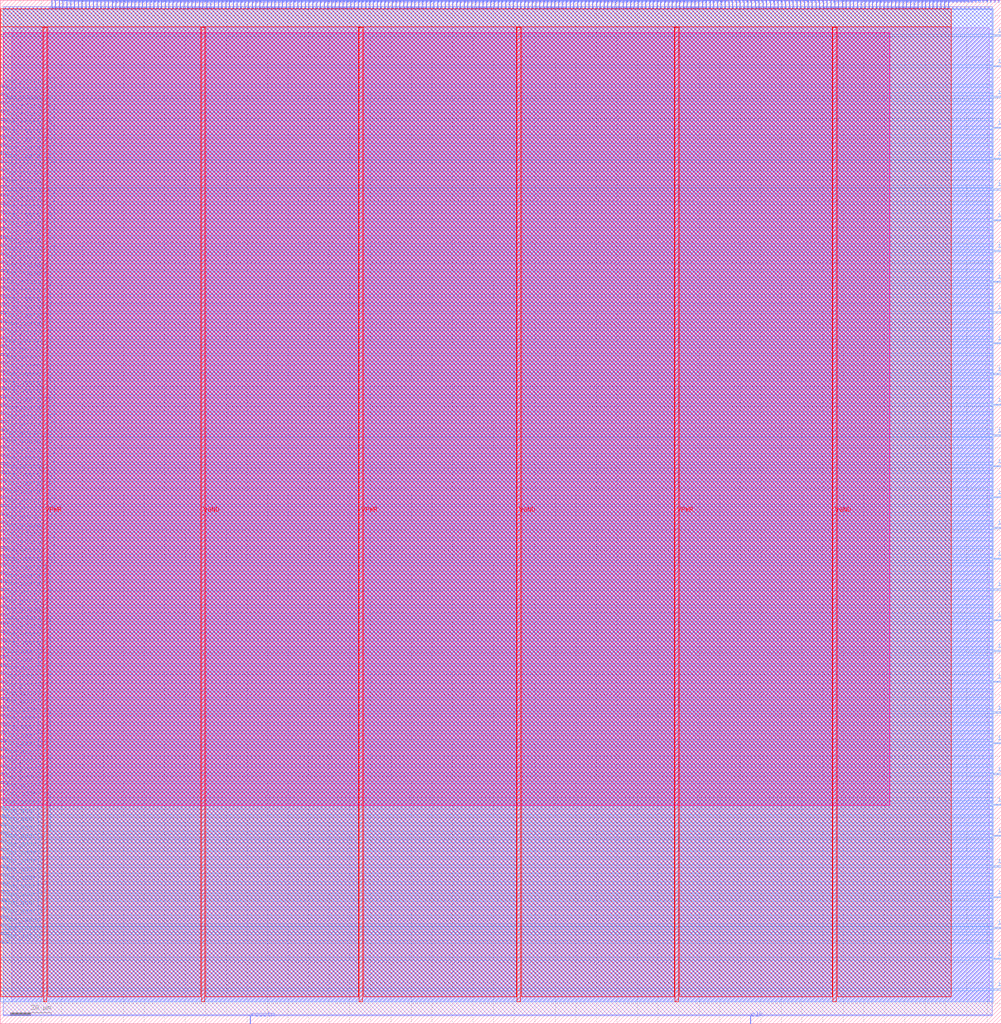
<source format=lef>
VERSION 5.7 ;
  NOWIREEXTENSIONATPIN ON ;
  DIVIDERCHAR "/" ;
  BUSBITCHARS "[]" ;
MACRO alphacore
  CLASS BLOCK ;
  FOREIGN alphacore ;
  ORIGIN 0.000 0.000 ;
  SIZE 486.885 BY 497.605 ;
  PIN VGND
    DIRECTION INOUT ;
    USE GROUND ;
    PORT
      LAYER met4 ;
        RECT 97.840 10.640 99.440 484.400 ;
    END
    PORT
      LAYER met4 ;
        RECT 251.440 10.640 253.040 484.400 ;
    END
    PORT
      LAYER met4 ;
        RECT 405.040 10.640 406.640 484.400 ;
    END
  END VGND
  PIN VPWR
    DIRECTION INOUT ;
    USE POWER ;
    PORT
      LAYER met4 ;
        RECT 21.040 10.640 22.640 484.400 ;
    END
    PORT
      LAYER met4 ;
        RECT 174.640 10.640 176.240 484.400 ;
    END
    PORT
      LAYER met4 ;
        RECT 328.240 10.640 329.840 484.400 ;
    END
  END VPWR
  PIN clk
    DIRECTION INPUT ;
    USE SIGNAL ;
    ANTENNAGATEAREA 0.852000 ;
    PORT
      LAYER met2 ;
        RECT 364.870 0.000 365.150 4.000 ;
    END
  END clk
  PIN cpi_insn[0]
    DIRECTION OUTPUT TRISTATE ;
    USE SIGNAL ;
    PORT
      LAYER met2 ;
        RECT 157.410 493.605 157.690 497.605 ;
    END
  END cpi_insn[0]
  PIN cpi_insn[10]
    DIRECTION OUTPUT TRISTATE ;
    USE SIGNAL ;
    PORT
      LAYER met2 ;
        RECT 175.810 493.605 176.090 497.605 ;
    END
  END cpi_insn[10]
  PIN cpi_insn[11]
    DIRECTION OUTPUT TRISTATE ;
    USE SIGNAL ;
    PORT
      LAYER met2 ;
        RECT 177.650 493.605 177.930 497.605 ;
    END
  END cpi_insn[11]
  PIN cpi_insn[12]
    DIRECTION OUTPUT TRISTATE ;
    USE SIGNAL ;
    PORT
      LAYER met2 ;
        RECT 179.490 493.605 179.770 497.605 ;
    END
  END cpi_insn[12]
  PIN cpi_insn[13]
    DIRECTION OUTPUT TRISTATE ;
    USE SIGNAL ;
    PORT
      LAYER met2 ;
        RECT 181.330 493.605 181.610 497.605 ;
    END
  END cpi_insn[13]
  PIN cpi_insn[14]
    DIRECTION OUTPUT TRISTATE ;
    USE SIGNAL ;
    PORT
      LAYER met2 ;
        RECT 183.170 493.605 183.450 497.605 ;
    END
  END cpi_insn[14]
  PIN cpi_insn[15]
    DIRECTION OUTPUT TRISTATE ;
    USE SIGNAL ;
    PORT
      LAYER met2 ;
        RECT 185.010 493.605 185.290 497.605 ;
    END
  END cpi_insn[15]
  PIN cpi_insn[16]
    DIRECTION OUTPUT TRISTATE ;
    USE SIGNAL ;
    PORT
      LAYER met2 ;
        RECT 186.850 493.605 187.130 497.605 ;
    END
  END cpi_insn[16]
  PIN cpi_insn[17]
    DIRECTION OUTPUT TRISTATE ;
    USE SIGNAL ;
    PORT
      LAYER met2 ;
        RECT 188.690 493.605 188.970 497.605 ;
    END
  END cpi_insn[17]
  PIN cpi_insn[18]
    DIRECTION OUTPUT TRISTATE ;
    USE SIGNAL ;
    PORT
      LAYER met2 ;
        RECT 190.530 493.605 190.810 497.605 ;
    END
  END cpi_insn[18]
  PIN cpi_insn[19]
    DIRECTION OUTPUT TRISTATE ;
    USE SIGNAL ;
    PORT
      LAYER met2 ;
        RECT 192.370 493.605 192.650 497.605 ;
    END
  END cpi_insn[19]
  PIN cpi_insn[1]
    DIRECTION OUTPUT TRISTATE ;
    USE SIGNAL ;
    PORT
      LAYER met2 ;
        RECT 159.250 493.605 159.530 497.605 ;
    END
  END cpi_insn[1]
  PIN cpi_insn[20]
    DIRECTION OUTPUT TRISTATE ;
    USE SIGNAL ;
    PORT
      LAYER met2 ;
        RECT 194.210 493.605 194.490 497.605 ;
    END
  END cpi_insn[20]
  PIN cpi_insn[21]
    DIRECTION OUTPUT TRISTATE ;
    USE SIGNAL ;
    PORT
      LAYER met2 ;
        RECT 196.050 493.605 196.330 497.605 ;
    END
  END cpi_insn[21]
  PIN cpi_insn[22]
    DIRECTION OUTPUT TRISTATE ;
    USE SIGNAL ;
    PORT
      LAYER met2 ;
        RECT 197.890 493.605 198.170 497.605 ;
    END
  END cpi_insn[22]
  PIN cpi_insn[23]
    DIRECTION OUTPUT TRISTATE ;
    USE SIGNAL ;
    PORT
      LAYER met2 ;
        RECT 199.730 493.605 200.010 497.605 ;
    END
  END cpi_insn[23]
  PIN cpi_insn[24]
    DIRECTION OUTPUT TRISTATE ;
    USE SIGNAL ;
    PORT
      LAYER met2 ;
        RECT 201.570 493.605 201.850 497.605 ;
    END
  END cpi_insn[24]
  PIN cpi_insn[25]
    DIRECTION OUTPUT TRISTATE ;
    USE SIGNAL ;
    PORT
      LAYER met2 ;
        RECT 203.410 493.605 203.690 497.605 ;
    END
  END cpi_insn[25]
  PIN cpi_insn[26]
    DIRECTION OUTPUT TRISTATE ;
    USE SIGNAL ;
    PORT
      LAYER met2 ;
        RECT 205.250 493.605 205.530 497.605 ;
    END
  END cpi_insn[26]
  PIN cpi_insn[27]
    DIRECTION OUTPUT TRISTATE ;
    USE SIGNAL ;
    PORT
      LAYER met2 ;
        RECT 207.090 493.605 207.370 497.605 ;
    END
  END cpi_insn[27]
  PIN cpi_insn[28]
    DIRECTION OUTPUT TRISTATE ;
    USE SIGNAL ;
    PORT
      LAYER met2 ;
        RECT 208.930 493.605 209.210 497.605 ;
    END
  END cpi_insn[28]
  PIN cpi_insn[29]
    DIRECTION OUTPUT TRISTATE ;
    USE SIGNAL ;
    PORT
      LAYER met2 ;
        RECT 210.770 493.605 211.050 497.605 ;
    END
  END cpi_insn[29]
  PIN cpi_insn[2]
    DIRECTION OUTPUT TRISTATE ;
    USE SIGNAL ;
    PORT
      LAYER met2 ;
        RECT 161.090 493.605 161.370 497.605 ;
    END
  END cpi_insn[2]
  PIN cpi_insn[30]
    DIRECTION OUTPUT TRISTATE ;
    USE SIGNAL ;
    PORT
      LAYER met2 ;
        RECT 212.610 493.605 212.890 497.605 ;
    END
  END cpi_insn[30]
  PIN cpi_insn[31]
    DIRECTION OUTPUT TRISTATE ;
    USE SIGNAL ;
    PORT
      LAYER met2 ;
        RECT 214.450 493.605 214.730 497.605 ;
    END
  END cpi_insn[31]
  PIN cpi_insn[3]
    DIRECTION OUTPUT TRISTATE ;
    USE SIGNAL ;
    PORT
      LAYER met2 ;
        RECT 162.930 493.605 163.210 497.605 ;
    END
  END cpi_insn[3]
  PIN cpi_insn[4]
    DIRECTION OUTPUT TRISTATE ;
    USE SIGNAL ;
    PORT
      LAYER met2 ;
        RECT 164.770 493.605 165.050 497.605 ;
    END
  END cpi_insn[4]
  PIN cpi_insn[5]
    DIRECTION OUTPUT TRISTATE ;
    USE SIGNAL ;
    PORT
      LAYER met2 ;
        RECT 166.610 493.605 166.890 497.605 ;
    END
  END cpi_insn[5]
  PIN cpi_insn[6]
    DIRECTION OUTPUT TRISTATE ;
    USE SIGNAL ;
    PORT
      LAYER met2 ;
        RECT 168.450 493.605 168.730 497.605 ;
    END
  END cpi_insn[6]
  PIN cpi_insn[7]
    DIRECTION OUTPUT TRISTATE ;
    USE SIGNAL ;
    PORT
      LAYER met2 ;
        RECT 170.290 493.605 170.570 497.605 ;
    END
  END cpi_insn[7]
  PIN cpi_insn[8]
    DIRECTION OUTPUT TRISTATE ;
    USE SIGNAL ;
    PORT
      LAYER met2 ;
        RECT 172.130 493.605 172.410 497.605 ;
    END
  END cpi_insn[8]
  PIN cpi_insn[9]
    DIRECTION OUTPUT TRISTATE ;
    USE SIGNAL ;
    PORT
      LAYER met2 ;
        RECT 173.970 493.605 174.250 497.605 ;
    END
  END cpi_insn[9]
  PIN cpi_rs1[0]
    DIRECTION OUTPUT TRISTATE ;
    USE SIGNAL ;
    ANTENNADIFFAREA 0.340600 ;
    PORT
      LAYER met2 ;
        RECT 216.290 493.605 216.570 497.605 ;
    END
  END cpi_rs1[0]
  PIN cpi_rs1[10]
    DIRECTION OUTPUT TRISTATE ;
    USE SIGNAL ;
    ANTENNADIFFAREA 0.340600 ;
    PORT
      LAYER met2 ;
        RECT 234.690 493.605 234.970 497.605 ;
    END
  END cpi_rs1[10]
  PIN cpi_rs1[11]
    DIRECTION OUTPUT TRISTATE ;
    USE SIGNAL ;
    ANTENNADIFFAREA 0.340600 ;
    PORT
      LAYER met2 ;
        RECT 236.530 493.605 236.810 497.605 ;
    END
  END cpi_rs1[11]
  PIN cpi_rs1[12]
    DIRECTION OUTPUT TRISTATE ;
    USE SIGNAL ;
    ANTENNADIFFAREA 0.340600 ;
    PORT
      LAYER met2 ;
        RECT 238.370 493.605 238.650 497.605 ;
    END
  END cpi_rs1[12]
  PIN cpi_rs1[13]
    DIRECTION OUTPUT TRISTATE ;
    USE SIGNAL ;
    ANTENNADIFFAREA 0.340600 ;
    PORT
      LAYER met2 ;
        RECT 240.210 493.605 240.490 497.605 ;
    END
  END cpi_rs1[13]
  PIN cpi_rs1[14]
    DIRECTION OUTPUT TRISTATE ;
    USE SIGNAL ;
    ANTENNADIFFAREA 0.340600 ;
    PORT
      LAYER met2 ;
        RECT 242.050 493.605 242.330 497.605 ;
    END
  END cpi_rs1[14]
  PIN cpi_rs1[15]
    DIRECTION OUTPUT TRISTATE ;
    USE SIGNAL ;
    ANTENNADIFFAREA 0.340600 ;
    PORT
      LAYER met2 ;
        RECT 243.890 493.605 244.170 497.605 ;
    END
  END cpi_rs1[15]
  PIN cpi_rs1[16]
    DIRECTION OUTPUT TRISTATE ;
    USE SIGNAL ;
    ANTENNADIFFAREA 0.340600 ;
    PORT
      LAYER met2 ;
        RECT 245.730 493.605 246.010 497.605 ;
    END
  END cpi_rs1[16]
  PIN cpi_rs1[17]
    DIRECTION OUTPUT TRISTATE ;
    USE SIGNAL ;
    ANTENNADIFFAREA 0.340600 ;
    PORT
      LAYER met2 ;
        RECT 247.570 493.605 247.850 497.605 ;
    END
  END cpi_rs1[17]
  PIN cpi_rs1[18]
    DIRECTION OUTPUT TRISTATE ;
    USE SIGNAL ;
    ANTENNADIFFAREA 0.340600 ;
    PORT
      LAYER met2 ;
        RECT 249.410 493.605 249.690 497.605 ;
    END
  END cpi_rs1[18]
  PIN cpi_rs1[19]
    DIRECTION OUTPUT TRISTATE ;
    USE SIGNAL ;
    ANTENNADIFFAREA 0.340600 ;
    PORT
      LAYER met2 ;
        RECT 251.250 493.605 251.530 497.605 ;
    END
  END cpi_rs1[19]
  PIN cpi_rs1[1]
    DIRECTION OUTPUT TRISTATE ;
    USE SIGNAL ;
    ANTENNADIFFAREA 0.340600 ;
    PORT
      LAYER met2 ;
        RECT 218.130 493.605 218.410 497.605 ;
    END
  END cpi_rs1[1]
  PIN cpi_rs1[20]
    DIRECTION OUTPUT TRISTATE ;
    USE SIGNAL ;
    ANTENNADIFFAREA 0.340600 ;
    PORT
      LAYER met2 ;
        RECT 253.090 493.605 253.370 497.605 ;
    END
  END cpi_rs1[20]
  PIN cpi_rs1[21]
    DIRECTION OUTPUT TRISTATE ;
    USE SIGNAL ;
    ANTENNADIFFAREA 0.340600 ;
    PORT
      LAYER met2 ;
        RECT 254.930 493.605 255.210 497.605 ;
    END
  END cpi_rs1[21]
  PIN cpi_rs1[22]
    DIRECTION OUTPUT TRISTATE ;
    USE SIGNAL ;
    ANTENNADIFFAREA 0.340600 ;
    PORT
      LAYER met2 ;
        RECT 256.770 493.605 257.050 497.605 ;
    END
  END cpi_rs1[22]
  PIN cpi_rs1[23]
    DIRECTION OUTPUT TRISTATE ;
    USE SIGNAL ;
    ANTENNADIFFAREA 0.340600 ;
    PORT
      LAYER met2 ;
        RECT 258.610 493.605 258.890 497.605 ;
    END
  END cpi_rs1[23]
  PIN cpi_rs1[24]
    DIRECTION OUTPUT TRISTATE ;
    USE SIGNAL ;
    ANTENNADIFFAREA 0.340600 ;
    PORT
      LAYER met2 ;
        RECT 260.450 493.605 260.730 497.605 ;
    END
  END cpi_rs1[24]
  PIN cpi_rs1[25]
    DIRECTION OUTPUT TRISTATE ;
    USE SIGNAL ;
    ANTENNADIFFAREA 0.340600 ;
    PORT
      LAYER met2 ;
        RECT 262.290 493.605 262.570 497.605 ;
    END
  END cpi_rs1[25]
  PIN cpi_rs1[26]
    DIRECTION OUTPUT TRISTATE ;
    USE SIGNAL ;
    ANTENNADIFFAREA 0.340600 ;
    PORT
      LAYER met2 ;
        RECT 264.130 493.605 264.410 497.605 ;
    END
  END cpi_rs1[26]
  PIN cpi_rs1[27]
    DIRECTION OUTPUT TRISTATE ;
    USE SIGNAL ;
    ANTENNADIFFAREA 0.340600 ;
    PORT
      LAYER met2 ;
        RECT 265.970 493.605 266.250 497.605 ;
    END
  END cpi_rs1[27]
  PIN cpi_rs1[28]
    DIRECTION OUTPUT TRISTATE ;
    USE SIGNAL ;
    ANTENNADIFFAREA 0.340600 ;
    PORT
      LAYER met2 ;
        RECT 267.810 493.605 268.090 497.605 ;
    END
  END cpi_rs1[28]
  PIN cpi_rs1[29]
    DIRECTION OUTPUT TRISTATE ;
    USE SIGNAL ;
    ANTENNADIFFAREA 0.340600 ;
    PORT
      LAYER met2 ;
        RECT 269.650 493.605 269.930 497.605 ;
    END
  END cpi_rs1[29]
  PIN cpi_rs1[2]
    DIRECTION OUTPUT TRISTATE ;
    USE SIGNAL ;
    ANTENNADIFFAREA 0.340600 ;
    PORT
      LAYER met2 ;
        RECT 219.970 493.605 220.250 497.605 ;
    END
  END cpi_rs1[2]
  PIN cpi_rs1[30]
    DIRECTION OUTPUT TRISTATE ;
    USE SIGNAL ;
    ANTENNADIFFAREA 0.340600 ;
    PORT
      LAYER met2 ;
        RECT 271.490 493.605 271.770 497.605 ;
    END
  END cpi_rs1[30]
  PIN cpi_rs1[31]
    DIRECTION OUTPUT TRISTATE ;
    USE SIGNAL ;
    ANTENNADIFFAREA 0.340600 ;
    PORT
      LAYER met2 ;
        RECT 273.330 493.605 273.610 497.605 ;
    END
  END cpi_rs1[31]
  PIN cpi_rs1[3]
    DIRECTION OUTPUT TRISTATE ;
    USE SIGNAL ;
    ANTENNADIFFAREA 0.340600 ;
    PORT
      LAYER met2 ;
        RECT 221.810 493.605 222.090 497.605 ;
    END
  END cpi_rs1[3]
  PIN cpi_rs1[4]
    DIRECTION OUTPUT TRISTATE ;
    USE SIGNAL ;
    ANTENNADIFFAREA 0.340600 ;
    PORT
      LAYER met2 ;
        RECT 223.650 493.605 223.930 497.605 ;
    END
  END cpi_rs1[4]
  PIN cpi_rs1[5]
    DIRECTION OUTPUT TRISTATE ;
    USE SIGNAL ;
    ANTENNADIFFAREA 0.340600 ;
    PORT
      LAYER met2 ;
        RECT 225.490 493.605 225.770 497.605 ;
    END
  END cpi_rs1[5]
  PIN cpi_rs1[6]
    DIRECTION OUTPUT TRISTATE ;
    USE SIGNAL ;
    ANTENNADIFFAREA 0.340600 ;
    PORT
      LAYER met2 ;
        RECT 227.330 493.605 227.610 497.605 ;
    END
  END cpi_rs1[6]
  PIN cpi_rs1[7]
    DIRECTION OUTPUT TRISTATE ;
    USE SIGNAL ;
    ANTENNADIFFAREA 0.340600 ;
    PORT
      LAYER met2 ;
        RECT 229.170 493.605 229.450 497.605 ;
    END
  END cpi_rs1[7]
  PIN cpi_rs1[8]
    DIRECTION OUTPUT TRISTATE ;
    USE SIGNAL ;
    ANTENNADIFFAREA 0.340600 ;
    PORT
      LAYER met2 ;
        RECT 231.010 493.605 231.290 497.605 ;
    END
  END cpi_rs1[8]
  PIN cpi_rs1[9]
    DIRECTION OUTPUT TRISTATE ;
    USE SIGNAL ;
    ANTENNADIFFAREA 0.340600 ;
    PORT
      LAYER met2 ;
        RECT 232.850 493.605 233.130 497.605 ;
    END
  END cpi_rs1[9]
  PIN cpi_rs2[0]
    DIRECTION OUTPUT TRISTATE ;
    USE SIGNAL ;
    ANTENNADIFFAREA 0.340600 ;
    PORT
      LAYER met2 ;
        RECT 275.170 493.605 275.450 497.605 ;
    END
  END cpi_rs2[0]
  PIN cpi_rs2[10]
    DIRECTION OUTPUT TRISTATE ;
    USE SIGNAL ;
    ANTENNADIFFAREA 0.340600 ;
    PORT
      LAYER met2 ;
        RECT 293.570 493.605 293.850 497.605 ;
    END
  END cpi_rs2[10]
  PIN cpi_rs2[11]
    DIRECTION OUTPUT TRISTATE ;
    USE SIGNAL ;
    ANTENNADIFFAREA 0.340600 ;
    PORT
      LAYER met2 ;
        RECT 295.410 493.605 295.690 497.605 ;
    END
  END cpi_rs2[11]
  PIN cpi_rs2[12]
    DIRECTION OUTPUT TRISTATE ;
    USE SIGNAL ;
    ANTENNADIFFAREA 0.340600 ;
    PORT
      LAYER met2 ;
        RECT 297.250 493.605 297.530 497.605 ;
    END
  END cpi_rs2[12]
  PIN cpi_rs2[13]
    DIRECTION OUTPUT TRISTATE ;
    USE SIGNAL ;
    ANTENNADIFFAREA 0.340600 ;
    PORT
      LAYER met2 ;
        RECT 299.090 493.605 299.370 497.605 ;
    END
  END cpi_rs2[13]
  PIN cpi_rs2[14]
    DIRECTION OUTPUT TRISTATE ;
    USE SIGNAL ;
    ANTENNADIFFAREA 0.340600 ;
    PORT
      LAYER met2 ;
        RECT 300.930 493.605 301.210 497.605 ;
    END
  END cpi_rs2[14]
  PIN cpi_rs2[15]
    DIRECTION OUTPUT TRISTATE ;
    USE SIGNAL ;
    ANTENNADIFFAREA 0.340600 ;
    PORT
      LAYER met2 ;
        RECT 302.770 493.605 303.050 497.605 ;
    END
  END cpi_rs2[15]
  PIN cpi_rs2[16]
    DIRECTION OUTPUT TRISTATE ;
    USE SIGNAL ;
    ANTENNADIFFAREA 0.340600 ;
    PORT
      LAYER met2 ;
        RECT 304.610 493.605 304.890 497.605 ;
    END
  END cpi_rs2[16]
  PIN cpi_rs2[17]
    DIRECTION OUTPUT TRISTATE ;
    USE SIGNAL ;
    ANTENNADIFFAREA 0.340600 ;
    PORT
      LAYER met2 ;
        RECT 306.450 493.605 306.730 497.605 ;
    END
  END cpi_rs2[17]
  PIN cpi_rs2[18]
    DIRECTION OUTPUT TRISTATE ;
    USE SIGNAL ;
    ANTENNADIFFAREA 0.340600 ;
    PORT
      LAYER met2 ;
        RECT 308.290 493.605 308.570 497.605 ;
    END
  END cpi_rs2[18]
  PIN cpi_rs2[19]
    DIRECTION OUTPUT TRISTATE ;
    USE SIGNAL ;
    ANTENNADIFFAREA 0.340600 ;
    PORT
      LAYER met2 ;
        RECT 310.130 493.605 310.410 497.605 ;
    END
  END cpi_rs2[19]
  PIN cpi_rs2[1]
    DIRECTION OUTPUT TRISTATE ;
    USE SIGNAL ;
    ANTENNADIFFAREA 0.340600 ;
    PORT
      LAYER met2 ;
        RECT 277.010 493.605 277.290 497.605 ;
    END
  END cpi_rs2[1]
  PIN cpi_rs2[20]
    DIRECTION OUTPUT TRISTATE ;
    USE SIGNAL ;
    ANTENNADIFFAREA 0.340600 ;
    PORT
      LAYER met2 ;
        RECT 311.970 493.605 312.250 497.605 ;
    END
  END cpi_rs2[20]
  PIN cpi_rs2[21]
    DIRECTION OUTPUT TRISTATE ;
    USE SIGNAL ;
    ANTENNADIFFAREA 0.340600 ;
    PORT
      LAYER met2 ;
        RECT 313.810 493.605 314.090 497.605 ;
    END
  END cpi_rs2[21]
  PIN cpi_rs2[22]
    DIRECTION OUTPUT TRISTATE ;
    USE SIGNAL ;
    ANTENNADIFFAREA 0.340600 ;
    PORT
      LAYER met2 ;
        RECT 315.650 493.605 315.930 497.605 ;
    END
  END cpi_rs2[22]
  PIN cpi_rs2[23]
    DIRECTION OUTPUT TRISTATE ;
    USE SIGNAL ;
    ANTENNADIFFAREA 0.340600 ;
    PORT
      LAYER met2 ;
        RECT 317.490 493.605 317.770 497.605 ;
    END
  END cpi_rs2[23]
  PIN cpi_rs2[24]
    DIRECTION OUTPUT TRISTATE ;
    USE SIGNAL ;
    ANTENNADIFFAREA 0.340600 ;
    PORT
      LAYER met2 ;
        RECT 319.330 493.605 319.610 497.605 ;
    END
  END cpi_rs2[24]
  PIN cpi_rs2[25]
    DIRECTION OUTPUT TRISTATE ;
    USE SIGNAL ;
    ANTENNADIFFAREA 0.340600 ;
    PORT
      LAYER met2 ;
        RECT 321.170 493.605 321.450 497.605 ;
    END
  END cpi_rs2[25]
  PIN cpi_rs2[26]
    DIRECTION OUTPUT TRISTATE ;
    USE SIGNAL ;
    ANTENNADIFFAREA 0.340600 ;
    PORT
      LAYER met2 ;
        RECT 323.010 493.605 323.290 497.605 ;
    END
  END cpi_rs2[26]
  PIN cpi_rs2[27]
    DIRECTION OUTPUT TRISTATE ;
    USE SIGNAL ;
    ANTENNADIFFAREA 0.340600 ;
    PORT
      LAYER met2 ;
        RECT 324.850 493.605 325.130 497.605 ;
    END
  END cpi_rs2[27]
  PIN cpi_rs2[28]
    DIRECTION OUTPUT TRISTATE ;
    USE SIGNAL ;
    ANTENNADIFFAREA 0.340600 ;
    PORT
      LAYER met2 ;
        RECT 326.690 493.605 326.970 497.605 ;
    END
  END cpi_rs2[28]
  PIN cpi_rs2[29]
    DIRECTION OUTPUT TRISTATE ;
    USE SIGNAL ;
    ANTENNADIFFAREA 0.340600 ;
    PORT
      LAYER met2 ;
        RECT 328.530 493.605 328.810 497.605 ;
    END
  END cpi_rs2[29]
  PIN cpi_rs2[2]
    DIRECTION OUTPUT TRISTATE ;
    USE SIGNAL ;
    ANTENNADIFFAREA 0.340600 ;
    PORT
      LAYER met2 ;
        RECT 278.850 493.605 279.130 497.605 ;
    END
  END cpi_rs2[2]
  PIN cpi_rs2[30]
    DIRECTION OUTPUT TRISTATE ;
    USE SIGNAL ;
    ANTENNADIFFAREA 0.340600 ;
    PORT
      LAYER met2 ;
        RECT 330.370 493.605 330.650 497.605 ;
    END
  END cpi_rs2[30]
  PIN cpi_rs2[31]
    DIRECTION OUTPUT TRISTATE ;
    USE SIGNAL ;
    ANTENNADIFFAREA 0.340600 ;
    PORT
      LAYER met2 ;
        RECT 332.210 493.605 332.490 497.605 ;
    END
  END cpi_rs2[31]
  PIN cpi_rs2[3]
    DIRECTION OUTPUT TRISTATE ;
    USE SIGNAL ;
    ANTENNADIFFAREA 0.340600 ;
    PORT
      LAYER met2 ;
        RECT 280.690 493.605 280.970 497.605 ;
    END
  END cpi_rs2[3]
  PIN cpi_rs2[4]
    DIRECTION OUTPUT TRISTATE ;
    USE SIGNAL ;
    ANTENNADIFFAREA 0.340600 ;
    PORT
      LAYER met2 ;
        RECT 282.530 493.605 282.810 497.605 ;
    END
  END cpi_rs2[4]
  PIN cpi_rs2[5]
    DIRECTION OUTPUT TRISTATE ;
    USE SIGNAL ;
    ANTENNADIFFAREA 0.340600 ;
    PORT
      LAYER met2 ;
        RECT 284.370 493.605 284.650 497.605 ;
    END
  END cpi_rs2[5]
  PIN cpi_rs2[6]
    DIRECTION OUTPUT TRISTATE ;
    USE SIGNAL ;
    ANTENNADIFFAREA 0.340600 ;
    PORT
      LAYER met2 ;
        RECT 286.210 493.605 286.490 497.605 ;
    END
  END cpi_rs2[6]
  PIN cpi_rs2[7]
    DIRECTION OUTPUT TRISTATE ;
    USE SIGNAL ;
    ANTENNADIFFAREA 0.340600 ;
    PORT
      LAYER met2 ;
        RECT 288.050 493.605 288.330 497.605 ;
    END
  END cpi_rs2[7]
  PIN cpi_rs2[8]
    DIRECTION OUTPUT TRISTATE ;
    USE SIGNAL ;
    ANTENNADIFFAREA 0.340600 ;
    PORT
      LAYER met2 ;
        RECT 289.890 493.605 290.170 497.605 ;
    END
  END cpi_rs2[8]
  PIN cpi_rs2[9]
    DIRECTION OUTPUT TRISTATE ;
    USE SIGNAL ;
    ANTENNADIFFAREA 0.340600 ;
    PORT
      LAYER met2 ;
        RECT 291.730 493.605 292.010 497.605 ;
    END
  END cpi_rs2[9]
  PIN cpi_valid
    DIRECTION OUTPUT TRISTATE ;
    USE SIGNAL ;
    PORT
      LAYER met2 ;
        RECT 155.570 493.605 155.850 497.605 ;
    END
  END cpi_valid
  PIN cpi_wait
    DIRECTION INPUT ;
    USE SIGNAL ;
    PORT
      LAYER met2 ;
        RECT 334.050 493.605 334.330 497.605 ;
    END
  END cpi_wait
  PIN eoi[0]
    DIRECTION OUTPUT TRISTATE ;
    USE SIGNAL ;
    ANTENNADIFFAREA 0.340600 ;
    PORT
      LAYER met2 ;
        RECT 335.890 493.605 336.170 497.605 ;
    END
  END eoi[0]
  PIN eoi[10]
    DIRECTION OUTPUT TRISTATE ;
    USE SIGNAL ;
    ANTENNADIFFAREA 0.340600 ;
    PORT
      LAYER met2 ;
        RECT 354.290 493.605 354.570 497.605 ;
    END
  END eoi[10]
  PIN eoi[11]
    DIRECTION OUTPUT TRISTATE ;
    USE SIGNAL ;
    ANTENNADIFFAREA 0.340600 ;
    PORT
      LAYER met2 ;
        RECT 356.130 493.605 356.410 497.605 ;
    END
  END eoi[11]
  PIN eoi[12]
    DIRECTION OUTPUT TRISTATE ;
    USE SIGNAL ;
    ANTENNADIFFAREA 0.340600 ;
    PORT
      LAYER met2 ;
        RECT 357.970 493.605 358.250 497.605 ;
    END
  END eoi[12]
  PIN eoi[13]
    DIRECTION OUTPUT TRISTATE ;
    USE SIGNAL ;
    ANTENNADIFFAREA 0.340600 ;
    PORT
      LAYER met2 ;
        RECT 359.810 493.605 360.090 497.605 ;
    END
  END eoi[13]
  PIN eoi[14]
    DIRECTION OUTPUT TRISTATE ;
    USE SIGNAL ;
    ANTENNADIFFAREA 0.340600 ;
    PORT
      LAYER met2 ;
        RECT 361.650 493.605 361.930 497.605 ;
    END
  END eoi[14]
  PIN eoi[15]
    DIRECTION OUTPUT TRISTATE ;
    USE SIGNAL ;
    ANTENNADIFFAREA 0.340600 ;
    PORT
      LAYER met2 ;
        RECT 363.490 493.605 363.770 497.605 ;
    END
  END eoi[15]
  PIN eoi[16]
    DIRECTION OUTPUT TRISTATE ;
    USE SIGNAL ;
    ANTENNADIFFAREA 0.340600 ;
    PORT
      LAYER met2 ;
        RECT 365.330 493.605 365.610 497.605 ;
    END
  END eoi[16]
  PIN eoi[17]
    DIRECTION OUTPUT TRISTATE ;
    USE SIGNAL ;
    ANTENNADIFFAREA 0.340600 ;
    PORT
      LAYER met2 ;
        RECT 367.170 493.605 367.450 497.605 ;
    END
  END eoi[17]
  PIN eoi[18]
    DIRECTION OUTPUT TRISTATE ;
    USE SIGNAL ;
    ANTENNADIFFAREA 0.340600 ;
    PORT
      LAYER met2 ;
        RECT 369.010 493.605 369.290 497.605 ;
    END
  END eoi[18]
  PIN eoi[19]
    DIRECTION OUTPUT TRISTATE ;
    USE SIGNAL ;
    ANTENNADIFFAREA 0.340600 ;
    PORT
      LAYER met2 ;
        RECT 370.850 493.605 371.130 497.605 ;
    END
  END eoi[19]
  PIN eoi[1]
    DIRECTION OUTPUT TRISTATE ;
    USE SIGNAL ;
    ANTENNADIFFAREA 0.340600 ;
    PORT
      LAYER met2 ;
        RECT 337.730 493.605 338.010 497.605 ;
    END
  END eoi[1]
  PIN eoi[20]
    DIRECTION OUTPUT TRISTATE ;
    USE SIGNAL ;
    ANTENNADIFFAREA 0.340600 ;
    PORT
      LAYER met2 ;
        RECT 372.690 493.605 372.970 497.605 ;
    END
  END eoi[20]
  PIN eoi[21]
    DIRECTION OUTPUT TRISTATE ;
    USE SIGNAL ;
    ANTENNADIFFAREA 0.340600 ;
    PORT
      LAYER met2 ;
        RECT 374.530 493.605 374.810 497.605 ;
    END
  END eoi[21]
  PIN eoi[22]
    DIRECTION OUTPUT TRISTATE ;
    USE SIGNAL ;
    ANTENNADIFFAREA 0.340600 ;
    PORT
      LAYER met2 ;
        RECT 376.370 493.605 376.650 497.605 ;
    END
  END eoi[22]
  PIN eoi[23]
    DIRECTION OUTPUT TRISTATE ;
    USE SIGNAL ;
    ANTENNADIFFAREA 0.340600 ;
    PORT
      LAYER met2 ;
        RECT 378.210 493.605 378.490 497.605 ;
    END
  END eoi[23]
  PIN eoi[24]
    DIRECTION OUTPUT TRISTATE ;
    USE SIGNAL ;
    ANTENNADIFFAREA 0.340600 ;
    PORT
      LAYER met2 ;
        RECT 380.050 493.605 380.330 497.605 ;
    END
  END eoi[24]
  PIN eoi[25]
    DIRECTION OUTPUT TRISTATE ;
    USE SIGNAL ;
    ANTENNADIFFAREA 0.340600 ;
    PORT
      LAYER met2 ;
        RECT 381.890 493.605 382.170 497.605 ;
    END
  END eoi[25]
  PIN eoi[26]
    DIRECTION OUTPUT TRISTATE ;
    USE SIGNAL ;
    ANTENNADIFFAREA 0.340600 ;
    PORT
      LAYER met2 ;
        RECT 383.730 493.605 384.010 497.605 ;
    END
  END eoi[26]
  PIN eoi[27]
    DIRECTION OUTPUT TRISTATE ;
    USE SIGNAL ;
    ANTENNADIFFAREA 0.340600 ;
    PORT
      LAYER met2 ;
        RECT 385.570 493.605 385.850 497.605 ;
    END
  END eoi[27]
  PIN eoi[28]
    DIRECTION OUTPUT TRISTATE ;
    USE SIGNAL ;
    ANTENNADIFFAREA 0.340600 ;
    PORT
      LAYER met2 ;
        RECT 387.410 493.605 387.690 497.605 ;
    END
  END eoi[28]
  PIN eoi[29]
    DIRECTION OUTPUT TRISTATE ;
    USE SIGNAL ;
    ANTENNADIFFAREA 0.340600 ;
    PORT
      LAYER met2 ;
        RECT 389.250 493.605 389.530 497.605 ;
    END
  END eoi[29]
  PIN eoi[2]
    DIRECTION OUTPUT TRISTATE ;
    USE SIGNAL ;
    ANTENNADIFFAREA 0.340600 ;
    PORT
      LAYER met2 ;
        RECT 339.570 493.605 339.850 497.605 ;
    END
  END eoi[2]
  PIN eoi[30]
    DIRECTION OUTPUT TRISTATE ;
    USE SIGNAL ;
    ANTENNADIFFAREA 0.340600 ;
    PORT
      LAYER met2 ;
        RECT 391.090 493.605 391.370 497.605 ;
    END
  END eoi[30]
  PIN eoi[31]
    DIRECTION OUTPUT TRISTATE ;
    USE SIGNAL ;
    ANTENNADIFFAREA 0.340600 ;
    PORT
      LAYER met2 ;
        RECT 392.930 493.605 393.210 497.605 ;
    END
  END eoi[31]
  PIN eoi[3]
    DIRECTION OUTPUT TRISTATE ;
    USE SIGNAL ;
    ANTENNADIFFAREA 0.340600 ;
    PORT
      LAYER met2 ;
        RECT 341.410 493.605 341.690 497.605 ;
    END
  END eoi[3]
  PIN eoi[4]
    DIRECTION OUTPUT TRISTATE ;
    USE SIGNAL ;
    ANTENNADIFFAREA 0.340600 ;
    PORT
      LAYER met2 ;
        RECT 343.250 493.605 343.530 497.605 ;
    END
  END eoi[4]
  PIN eoi[5]
    DIRECTION OUTPUT TRISTATE ;
    USE SIGNAL ;
    ANTENNADIFFAREA 0.340600 ;
    PORT
      LAYER met2 ;
        RECT 345.090 493.605 345.370 497.605 ;
    END
  END eoi[5]
  PIN eoi[6]
    DIRECTION OUTPUT TRISTATE ;
    USE SIGNAL ;
    ANTENNADIFFAREA 0.340600 ;
    PORT
      LAYER met2 ;
        RECT 346.930 493.605 347.210 497.605 ;
    END
  END eoi[6]
  PIN eoi[7]
    DIRECTION OUTPUT TRISTATE ;
    USE SIGNAL ;
    ANTENNADIFFAREA 0.340600 ;
    PORT
      LAYER met2 ;
        RECT 348.770 493.605 349.050 497.605 ;
    END
  END eoi[7]
  PIN eoi[8]
    DIRECTION OUTPUT TRISTATE ;
    USE SIGNAL ;
    ANTENNADIFFAREA 0.340600 ;
    PORT
      LAYER met2 ;
        RECT 350.610 493.605 350.890 497.605 ;
    END
  END eoi[8]
  PIN eoi[9]
    DIRECTION OUTPUT TRISTATE ;
    USE SIGNAL ;
    ANTENNADIFFAREA 0.340600 ;
    PORT
      LAYER met2 ;
        RECT 352.450 493.605 352.730 497.605 ;
    END
  END eoi[9]
  PIN irq[0]
    DIRECTION INPUT ;
    USE SIGNAL ;
    ANTENNAGATEAREA 0.213000 ;
    PORT
      LAYER met3 ;
        RECT 482.885 16.360 486.885 16.960 ;
    END
  END irq[0]
  PIN irq[10]
    DIRECTION INPUT ;
    USE SIGNAL ;
    ANTENNAGATEAREA 0.159000 ;
    PORT
      LAYER met3 ;
        RECT 482.885 165.960 486.885 166.560 ;
    END
  END irq[10]
  PIN irq[11]
    DIRECTION INPUT ;
    USE SIGNAL ;
    ANTENNAGATEAREA 0.159000 ;
    PORT
      LAYER met3 ;
        RECT 482.885 180.920 486.885 181.520 ;
    END
  END irq[11]
  PIN irq[12]
    DIRECTION INPUT ;
    USE SIGNAL ;
    ANTENNAGATEAREA 0.159000 ;
    PORT
      LAYER met3 ;
        RECT 482.885 195.880 486.885 196.480 ;
    END
  END irq[12]
  PIN irq[13]
    DIRECTION INPUT ;
    USE SIGNAL ;
    ANTENNAGATEAREA 0.159000 ;
    PORT
      LAYER met3 ;
        RECT 482.885 210.840 486.885 211.440 ;
    END
  END irq[13]
  PIN irq[14]
    DIRECTION INPUT ;
    USE SIGNAL ;
    ANTENNAGATEAREA 0.213000 ;
    PORT
      LAYER met3 ;
        RECT 482.885 225.800 486.885 226.400 ;
    END
  END irq[14]
  PIN irq[15]
    DIRECTION INPUT ;
    USE SIGNAL ;
    ANTENNAGATEAREA 0.213000 ;
    PORT
      LAYER met3 ;
        RECT 482.885 240.760 486.885 241.360 ;
    END
  END irq[15]
  PIN irq[16]
    DIRECTION INPUT ;
    USE SIGNAL ;
    ANTENNAGATEAREA 0.213000 ;
    PORT
      LAYER met3 ;
        RECT 482.885 255.720 486.885 256.320 ;
    END
  END irq[16]
  PIN irq[17]
    DIRECTION INPUT ;
    USE SIGNAL ;
    ANTENNAGATEAREA 0.213000 ;
    PORT
      LAYER met3 ;
        RECT 482.885 270.680 486.885 271.280 ;
    END
  END irq[17]
  PIN irq[18]
    DIRECTION INPUT ;
    USE SIGNAL ;
    ANTENNAGATEAREA 0.213000 ;
    PORT
      LAYER met3 ;
        RECT 482.885 285.640 486.885 286.240 ;
    END
  END irq[18]
  PIN irq[19]
    DIRECTION INPUT ;
    USE SIGNAL ;
    ANTENNAGATEAREA 0.213000 ;
    PORT
      LAYER met3 ;
        RECT 482.885 300.600 486.885 301.200 ;
    END
  END irq[19]
  PIN irq[1]
    DIRECTION INPUT ;
    USE SIGNAL ;
    ANTENNAGATEAREA 0.213000 ;
    PORT
      LAYER met3 ;
        RECT 482.885 31.320 486.885 31.920 ;
    END
  END irq[1]
  PIN irq[20]
    DIRECTION INPUT ;
    USE SIGNAL ;
    ANTENNAGATEAREA 0.213000 ;
    PORT
      LAYER met3 ;
        RECT 482.885 315.560 486.885 316.160 ;
    END
  END irq[20]
  PIN irq[21]
    DIRECTION INPUT ;
    USE SIGNAL ;
    ANTENNAGATEAREA 0.213000 ;
    PORT
      LAYER met3 ;
        RECT 482.885 330.520 486.885 331.120 ;
    END
  END irq[21]
  PIN irq[22]
    DIRECTION INPUT ;
    USE SIGNAL ;
    ANTENNAGATEAREA 0.126000 ;
    PORT
      LAYER met3 ;
        RECT 482.885 345.480 486.885 346.080 ;
    END
  END irq[22]
  PIN irq[23]
    DIRECTION INPUT ;
    USE SIGNAL ;
    ANTENNAGATEAREA 0.213000 ;
    PORT
      LAYER met3 ;
        RECT 482.885 360.440 486.885 361.040 ;
    END
  END irq[23]
  PIN irq[24]
    DIRECTION INPUT ;
    USE SIGNAL ;
    ANTENNAGATEAREA 0.213000 ;
    PORT
      LAYER met3 ;
        RECT 482.885 375.400 486.885 376.000 ;
    END
  END irq[24]
  PIN irq[25]
    DIRECTION INPUT ;
    USE SIGNAL ;
    ANTENNAGATEAREA 0.126000 ;
    PORT
      LAYER met3 ;
        RECT 482.885 390.360 486.885 390.960 ;
    END
  END irq[25]
  PIN irq[26]
    DIRECTION INPUT ;
    USE SIGNAL ;
    ANTENNAGATEAREA 0.126000 ;
    PORT
      LAYER met3 ;
        RECT 482.885 405.320 486.885 405.920 ;
    END
  END irq[26]
  PIN irq[27]
    DIRECTION INPUT ;
    USE SIGNAL ;
    ANTENNAGATEAREA 0.196500 ;
    PORT
      LAYER met3 ;
        RECT 482.885 420.280 486.885 420.880 ;
    END
  END irq[27]
  PIN irq[28]
    DIRECTION INPUT ;
    USE SIGNAL ;
    ANTENNAGATEAREA 0.196500 ;
    PORT
      LAYER met3 ;
        RECT 482.885 435.240 486.885 435.840 ;
    END
  END irq[28]
  PIN irq[29]
    DIRECTION INPUT ;
    USE SIGNAL ;
    ANTENNAGATEAREA 0.196500 ;
    PORT
      LAYER met3 ;
        RECT 482.885 450.200 486.885 450.800 ;
    END
  END irq[29]
  PIN irq[2]
    DIRECTION INPUT ;
    USE SIGNAL ;
    ANTENNAGATEAREA 0.213000 ;
    PORT
      LAYER met3 ;
        RECT 482.885 46.280 486.885 46.880 ;
    END
  END irq[2]
  PIN irq[30]
    DIRECTION INPUT ;
    USE SIGNAL ;
    ANTENNAGATEAREA 0.213000 ;
    PORT
      LAYER met3 ;
        RECT 482.885 465.160 486.885 465.760 ;
    END
  END irq[30]
  PIN irq[31]
    DIRECTION INPUT ;
    USE SIGNAL ;
    ANTENNAGATEAREA 0.213000 ;
    PORT
      LAYER met3 ;
        RECT 482.885 480.120 486.885 480.720 ;
    END
  END irq[31]
  PIN irq[3]
    DIRECTION INPUT ;
    USE SIGNAL ;
    ANTENNAGATEAREA 0.159000 ;
    PORT
      LAYER met3 ;
        RECT 482.885 61.240 486.885 61.840 ;
    END
  END irq[3]
  PIN irq[4]
    DIRECTION INPUT ;
    USE SIGNAL ;
    ANTENNAGATEAREA 0.159000 ;
    PORT
      LAYER met3 ;
        RECT 482.885 76.200 486.885 76.800 ;
    END
  END irq[4]
  PIN irq[5]
    DIRECTION INPUT ;
    USE SIGNAL ;
    ANTENNAGATEAREA 0.159000 ;
    PORT
      LAYER met3 ;
        RECT 482.885 91.160 486.885 91.760 ;
    END
  END irq[5]
  PIN irq[6]
    DIRECTION INPUT ;
    USE SIGNAL ;
    ANTENNAGATEAREA 0.159000 ;
    PORT
      LAYER met3 ;
        RECT 482.885 106.120 486.885 106.720 ;
    END
  END irq[6]
  PIN irq[7]
    DIRECTION INPUT ;
    USE SIGNAL ;
    ANTENNAGATEAREA 0.159000 ;
    PORT
      LAYER met3 ;
        RECT 482.885 121.080 486.885 121.680 ;
    END
  END irq[7]
  PIN irq[8]
    DIRECTION INPUT ;
    USE SIGNAL ;
    ANTENNAGATEAREA 0.159000 ;
    PORT
      LAYER met3 ;
        RECT 482.885 136.040 486.885 136.640 ;
    END
  END irq[8]
  PIN irq[9]
    DIRECTION INPUT ;
    USE SIGNAL ;
    ANTENNAGATEAREA 0.159000 ;
    PORT
      LAYER met3 ;
        RECT 482.885 151.000 486.885 151.600 ;
    END
  END irq[9]
  PIN mem_addr[0]
    DIRECTION OUTPUT TRISTATE ;
    USE SIGNAL ;
    PORT
      LAYER met3 ;
        RECT 0.000 51.720 4.000 52.320 ;
    END
  END mem_addr[0]
  PIN mem_addr[10]
    DIRECTION OUTPUT TRISTATE ;
    USE SIGNAL ;
    ANTENNADIFFAREA 0.340600 ;
    PORT
      LAYER met3 ;
        RECT 0.000 92.520 4.000 93.120 ;
    END
  END mem_addr[10]
  PIN mem_addr[11]
    DIRECTION OUTPUT TRISTATE ;
    USE SIGNAL ;
    ANTENNADIFFAREA 0.340600 ;
    PORT
      LAYER met3 ;
        RECT 0.000 96.600 4.000 97.200 ;
    END
  END mem_addr[11]
  PIN mem_addr[12]
    DIRECTION OUTPUT TRISTATE ;
    USE SIGNAL ;
    ANTENNADIFFAREA 0.340600 ;
    PORT
      LAYER met3 ;
        RECT 0.000 100.680 4.000 101.280 ;
    END
  END mem_addr[12]
  PIN mem_addr[13]
    DIRECTION OUTPUT TRISTATE ;
    USE SIGNAL ;
    ANTENNADIFFAREA 0.340600 ;
    PORT
      LAYER met3 ;
        RECT 0.000 104.760 4.000 105.360 ;
    END
  END mem_addr[13]
  PIN mem_addr[14]
    DIRECTION OUTPUT TRISTATE ;
    USE SIGNAL ;
    ANTENNADIFFAREA 0.340600 ;
    PORT
      LAYER met3 ;
        RECT 0.000 108.840 4.000 109.440 ;
    END
  END mem_addr[14]
  PIN mem_addr[15]
    DIRECTION OUTPUT TRISTATE ;
    USE SIGNAL ;
    ANTENNADIFFAREA 0.340600 ;
    PORT
      LAYER met3 ;
        RECT 0.000 112.920 4.000 113.520 ;
    END
  END mem_addr[15]
  PIN mem_addr[16]
    DIRECTION OUTPUT TRISTATE ;
    USE SIGNAL ;
    ANTENNADIFFAREA 0.340600 ;
    PORT
      LAYER met3 ;
        RECT 0.000 117.000 4.000 117.600 ;
    END
  END mem_addr[16]
  PIN mem_addr[17]
    DIRECTION OUTPUT TRISTATE ;
    USE SIGNAL ;
    ANTENNADIFFAREA 0.340600 ;
    PORT
      LAYER met3 ;
        RECT 0.000 121.080 4.000 121.680 ;
    END
  END mem_addr[17]
  PIN mem_addr[18]
    DIRECTION OUTPUT TRISTATE ;
    USE SIGNAL ;
    ANTENNADIFFAREA 0.340600 ;
    PORT
      LAYER met3 ;
        RECT 0.000 125.160 4.000 125.760 ;
    END
  END mem_addr[18]
  PIN mem_addr[19]
    DIRECTION OUTPUT TRISTATE ;
    USE SIGNAL ;
    ANTENNADIFFAREA 0.340600 ;
    PORT
      LAYER met3 ;
        RECT 0.000 129.240 4.000 129.840 ;
    END
  END mem_addr[19]
  PIN mem_addr[1]
    DIRECTION OUTPUT TRISTATE ;
    USE SIGNAL ;
    PORT
      LAYER met3 ;
        RECT 0.000 55.800 4.000 56.400 ;
    END
  END mem_addr[1]
  PIN mem_addr[20]
    DIRECTION OUTPUT TRISTATE ;
    USE SIGNAL ;
    ANTENNADIFFAREA 0.340600 ;
    PORT
      LAYER met3 ;
        RECT 0.000 133.320 4.000 133.920 ;
    END
  END mem_addr[20]
  PIN mem_addr[21]
    DIRECTION OUTPUT TRISTATE ;
    USE SIGNAL ;
    ANTENNADIFFAREA 0.340600 ;
    PORT
      LAYER met3 ;
        RECT 0.000 137.400 4.000 138.000 ;
    END
  END mem_addr[21]
  PIN mem_addr[22]
    DIRECTION OUTPUT TRISTATE ;
    USE SIGNAL ;
    ANTENNADIFFAREA 0.340600 ;
    PORT
      LAYER met3 ;
        RECT 0.000 141.480 4.000 142.080 ;
    END
  END mem_addr[22]
  PIN mem_addr[23]
    DIRECTION OUTPUT TRISTATE ;
    USE SIGNAL ;
    ANTENNADIFFAREA 0.340600 ;
    PORT
      LAYER met3 ;
        RECT 0.000 145.560 4.000 146.160 ;
    END
  END mem_addr[23]
  PIN mem_addr[24]
    DIRECTION OUTPUT TRISTATE ;
    USE SIGNAL ;
    ANTENNADIFFAREA 0.340600 ;
    PORT
      LAYER met3 ;
        RECT 0.000 149.640 4.000 150.240 ;
    END
  END mem_addr[24]
  PIN mem_addr[25]
    DIRECTION OUTPUT TRISTATE ;
    USE SIGNAL ;
    ANTENNADIFFAREA 0.340600 ;
    PORT
      LAYER met3 ;
        RECT 0.000 153.720 4.000 154.320 ;
    END
  END mem_addr[25]
  PIN mem_addr[26]
    DIRECTION OUTPUT TRISTATE ;
    USE SIGNAL ;
    ANTENNADIFFAREA 0.340600 ;
    PORT
      LAYER met3 ;
        RECT 0.000 157.800 4.000 158.400 ;
    END
  END mem_addr[26]
  PIN mem_addr[27]
    DIRECTION OUTPUT TRISTATE ;
    USE SIGNAL ;
    ANTENNADIFFAREA 0.340600 ;
    PORT
      LAYER met3 ;
        RECT 0.000 161.880 4.000 162.480 ;
    END
  END mem_addr[27]
  PIN mem_addr[28]
    DIRECTION OUTPUT TRISTATE ;
    USE SIGNAL ;
    ANTENNADIFFAREA 0.340600 ;
    PORT
      LAYER met3 ;
        RECT 0.000 165.960 4.000 166.560 ;
    END
  END mem_addr[28]
  PIN mem_addr[29]
    DIRECTION OUTPUT TRISTATE ;
    USE SIGNAL ;
    ANTENNADIFFAREA 0.340600 ;
    PORT
      LAYER met3 ;
        RECT 0.000 170.040 4.000 170.640 ;
    END
  END mem_addr[29]
  PIN mem_addr[2]
    DIRECTION OUTPUT TRISTATE ;
    USE SIGNAL ;
    ANTENNADIFFAREA 0.340600 ;
    PORT
      LAYER met3 ;
        RECT 0.000 59.880 4.000 60.480 ;
    END
  END mem_addr[2]
  PIN mem_addr[30]
    DIRECTION OUTPUT TRISTATE ;
    USE SIGNAL ;
    ANTENNADIFFAREA 0.340600 ;
    PORT
      LAYER met3 ;
        RECT 0.000 174.120 4.000 174.720 ;
    END
  END mem_addr[30]
  PIN mem_addr[31]
    DIRECTION OUTPUT TRISTATE ;
    USE SIGNAL ;
    ANTENNADIFFAREA 0.340600 ;
    PORT
      LAYER met3 ;
        RECT 0.000 178.200 4.000 178.800 ;
    END
  END mem_addr[31]
  PIN mem_addr[3]
    DIRECTION OUTPUT TRISTATE ;
    USE SIGNAL ;
    ANTENNADIFFAREA 0.340600 ;
    PORT
      LAYER met3 ;
        RECT 0.000 63.960 4.000 64.560 ;
    END
  END mem_addr[3]
  PIN mem_addr[4]
    DIRECTION OUTPUT TRISTATE ;
    USE SIGNAL ;
    ANTENNADIFFAREA 0.340600 ;
    PORT
      LAYER met3 ;
        RECT 0.000 68.040 4.000 68.640 ;
    END
  END mem_addr[4]
  PIN mem_addr[5]
    DIRECTION OUTPUT TRISTATE ;
    USE SIGNAL ;
    ANTENNADIFFAREA 0.340600 ;
    PORT
      LAYER met3 ;
        RECT 0.000 72.120 4.000 72.720 ;
    END
  END mem_addr[5]
  PIN mem_addr[6]
    DIRECTION OUTPUT TRISTATE ;
    USE SIGNAL ;
    ANTENNADIFFAREA 0.340600 ;
    PORT
      LAYER met3 ;
        RECT 0.000 76.200 4.000 76.800 ;
    END
  END mem_addr[6]
  PIN mem_addr[7]
    DIRECTION OUTPUT TRISTATE ;
    USE SIGNAL ;
    ANTENNADIFFAREA 0.340600 ;
    PORT
      LAYER met3 ;
        RECT 0.000 80.280 4.000 80.880 ;
    END
  END mem_addr[7]
  PIN mem_addr[8]
    DIRECTION OUTPUT TRISTATE ;
    USE SIGNAL ;
    ANTENNADIFFAREA 0.340600 ;
    PORT
      LAYER met3 ;
        RECT 0.000 84.360 4.000 84.960 ;
    END
  END mem_addr[8]
  PIN mem_addr[9]
    DIRECTION OUTPUT TRISTATE ;
    USE SIGNAL ;
    ANTENNADIFFAREA 0.340600 ;
    PORT
      LAYER met3 ;
        RECT 0.000 88.440 4.000 89.040 ;
    END
  END mem_addr[9]
  PIN mem_instr
    DIRECTION OUTPUT TRISTATE ;
    USE SIGNAL ;
    ANTENNADIFFAREA 0.340600 ;
    PORT
      LAYER met3 ;
        RECT 0.000 43.560 4.000 44.160 ;
    END
  END mem_instr
  PIN mem_la_addr[0]
    DIRECTION OUTPUT TRISTATE ;
    USE SIGNAL ;
    PORT
      LAYER met2 ;
        RECT 89.330 493.605 89.610 497.605 ;
    END
  END mem_la_addr[0]
  PIN mem_la_addr[10]
    DIRECTION OUTPUT TRISTATE ;
    USE SIGNAL ;
    ANTENNADIFFAREA 0.340600 ;
    PORT
      LAYER met2 ;
        RECT 107.730 493.605 108.010 497.605 ;
    END
  END mem_la_addr[10]
  PIN mem_la_addr[11]
    DIRECTION OUTPUT TRISTATE ;
    USE SIGNAL ;
    ANTENNADIFFAREA 0.340600 ;
    PORT
      LAYER met2 ;
        RECT 109.570 493.605 109.850 497.605 ;
    END
  END mem_la_addr[11]
  PIN mem_la_addr[12]
    DIRECTION OUTPUT TRISTATE ;
    USE SIGNAL ;
    ANTENNADIFFAREA 0.340600 ;
    PORT
      LAYER met2 ;
        RECT 111.410 493.605 111.690 497.605 ;
    END
  END mem_la_addr[12]
  PIN mem_la_addr[13]
    DIRECTION OUTPUT TRISTATE ;
    USE SIGNAL ;
    ANTENNADIFFAREA 0.340600 ;
    PORT
      LAYER met2 ;
        RECT 113.250 493.605 113.530 497.605 ;
    END
  END mem_la_addr[13]
  PIN mem_la_addr[14]
    DIRECTION OUTPUT TRISTATE ;
    USE SIGNAL ;
    ANTENNADIFFAREA 0.340600 ;
    PORT
      LAYER met2 ;
        RECT 115.090 493.605 115.370 497.605 ;
    END
  END mem_la_addr[14]
  PIN mem_la_addr[15]
    DIRECTION OUTPUT TRISTATE ;
    USE SIGNAL ;
    ANTENNADIFFAREA 0.340600 ;
    PORT
      LAYER met2 ;
        RECT 116.930 493.605 117.210 497.605 ;
    END
  END mem_la_addr[15]
  PIN mem_la_addr[16]
    DIRECTION OUTPUT TRISTATE ;
    USE SIGNAL ;
    ANTENNADIFFAREA 0.340600 ;
    PORT
      LAYER met2 ;
        RECT 118.770 493.605 119.050 497.605 ;
    END
  END mem_la_addr[16]
  PIN mem_la_addr[17]
    DIRECTION OUTPUT TRISTATE ;
    USE SIGNAL ;
    ANTENNADIFFAREA 0.340600 ;
    PORT
      LAYER met2 ;
        RECT 120.610 493.605 120.890 497.605 ;
    END
  END mem_la_addr[17]
  PIN mem_la_addr[18]
    DIRECTION OUTPUT TRISTATE ;
    USE SIGNAL ;
    ANTENNADIFFAREA 0.340600 ;
    PORT
      LAYER met2 ;
        RECT 122.450 493.605 122.730 497.605 ;
    END
  END mem_la_addr[18]
  PIN mem_la_addr[19]
    DIRECTION OUTPUT TRISTATE ;
    USE SIGNAL ;
    ANTENNADIFFAREA 0.340600 ;
    PORT
      LAYER met2 ;
        RECT 124.290 493.605 124.570 497.605 ;
    END
  END mem_la_addr[19]
  PIN mem_la_addr[1]
    DIRECTION OUTPUT TRISTATE ;
    USE SIGNAL ;
    PORT
      LAYER met2 ;
        RECT 91.170 493.605 91.450 497.605 ;
    END
  END mem_la_addr[1]
  PIN mem_la_addr[20]
    DIRECTION OUTPUT TRISTATE ;
    USE SIGNAL ;
    ANTENNADIFFAREA 0.340600 ;
    PORT
      LAYER met2 ;
        RECT 126.130 493.605 126.410 497.605 ;
    END
  END mem_la_addr[20]
  PIN mem_la_addr[21]
    DIRECTION OUTPUT TRISTATE ;
    USE SIGNAL ;
    ANTENNADIFFAREA 0.340600 ;
    PORT
      LAYER met2 ;
        RECT 127.970 493.605 128.250 497.605 ;
    END
  END mem_la_addr[21]
  PIN mem_la_addr[22]
    DIRECTION OUTPUT TRISTATE ;
    USE SIGNAL ;
    ANTENNADIFFAREA 0.340600 ;
    PORT
      LAYER met2 ;
        RECT 129.810 493.605 130.090 497.605 ;
    END
  END mem_la_addr[22]
  PIN mem_la_addr[23]
    DIRECTION OUTPUT TRISTATE ;
    USE SIGNAL ;
    ANTENNADIFFAREA 0.340600 ;
    PORT
      LAYER met2 ;
        RECT 131.650 493.605 131.930 497.605 ;
    END
  END mem_la_addr[23]
  PIN mem_la_addr[24]
    DIRECTION OUTPUT TRISTATE ;
    USE SIGNAL ;
    ANTENNADIFFAREA 0.340600 ;
    PORT
      LAYER met2 ;
        RECT 133.490 493.605 133.770 497.605 ;
    END
  END mem_la_addr[24]
  PIN mem_la_addr[25]
    DIRECTION OUTPUT TRISTATE ;
    USE SIGNAL ;
    ANTENNADIFFAREA 0.340600 ;
    PORT
      LAYER met2 ;
        RECT 135.330 493.605 135.610 497.605 ;
    END
  END mem_la_addr[25]
  PIN mem_la_addr[26]
    DIRECTION OUTPUT TRISTATE ;
    USE SIGNAL ;
    ANTENNADIFFAREA 0.340600 ;
    PORT
      LAYER met2 ;
        RECT 137.170 493.605 137.450 497.605 ;
    END
  END mem_la_addr[26]
  PIN mem_la_addr[27]
    DIRECTION OUTPUT TRISTATE ;
    USE SIGNAL ;
    ANTENNADIFFAREA 0.340600 ;
    PORT
      LAYER met2 ;
        RECT 139.010 493.605 139.290 497.605 ;
    END
  END mem_la_addr[27]
  PIN mem_la_addr[28]
    DIRECTION OUTPUT TRISTATE ;
    USE SIGNAL ;
    ANTENNADIFFAREA 0.340600 ;
    PORT
      LAYER met2 ;
        RECT 140.850 493.605 141.130 497.605 ;
    END
  END mem_la_addr[28]
  PIN mem_la_addr[29]
    DIRECTION OUTPUT TRISTATE ;
    USE SIGNAL ;
    ANTENNADIFFAREA 0.340600 ;
    PORT
      LAYER met2 ;
        RECT 142.690 493.605 142.970 497.605 ;
    END
  END mem_la_addr[29]
  PIN mem_la_addr[2]
    DIRECTION OUTPUT TRISTATE ;
    USE SIGNAL ;
    ANTENNADIFFAREA 0.340600 ;
    PORT
      LAYER met2 ;
        RECT 93.010 493.605 93.290 497.605 ;
    END
  END mem_la_addr[2]
  PIN mem_la_addr[30]
    DIRECTION OUTPUT TRISTATE ;
    USE SIGNAL ;
    ANTENNADIFFAREA 0.340600 ;
    PORT
      LAYER met2 ;
        RECT 144.530 493.605 144.810 497.605 ;
    END
  END mem_la_addr[30]
  PIN mem_la_addr[31]
    DIRECTION OUTPUT TRISTATE ;
    USE SIGNAL ;
    ANTENNADIFFAREA 0.340600 ;
    PORT
      LAYER met2 ;
        RECT 146.370 493.605 146.650 497.605 ;
    END
  END mem_la_addr[31]
  PIN mem_la_addr[3]
    DIRECTION OUTPUT TRISTATE ;
    USE SIGNAL ;
    ANTENNADIFFAREA 0.340600 ;
    PORT
      LAYER met2 ;
        RECT 94.850 493.605 95.130 497.605 ;
    END
  END mem_la_addr[3]
  PIN mem_la_addr[4]
    DIRECTION OUTPUT TRISTATE ;
    USE SIGNAL ;
    ANTENNADIFFAREA 0.340600 ;
    PORT
      LAYER met2 ;
        RECT 96.690 493.605 96.970 497.605 ;
    END
  END mem_la_addr[4]
  PIN mem_la_addr[5]
    DIRECTION OUTPUT TRISTATE ;
    USE SIGNAL ;
    ANTENNADIFFAREA 0.340600 ;
    PORT
      LAYER met2 ;
        RECT 98.530 493.605 98.810 497.605 ;
    END
  END mem_la_addr[5]
  PIN mem_la_addr[6]
    DIRECTION OUTPUT TRISTATE ;
    USE SIGNAL ;
    ANTENNADIFFAREA 0.340600 ;
    PORT
      LAYER met2 ;
        RECT 100.370 493.605 100.650 497.605 ;
    END
  END mem_la_addr[6]
  PIN mem_la_addr[7]
    DIRECTION OUTPUT TRISTATE ;
    USE SIGNAL ;
    ANTENNADIFFAREA 0.340600 ;
    PORT
      LAYER met2 ;
        RECT 102.210 493.605 102.490 497.605 ;
    END
  END mem_la_addr[7]
  PIN mem_la_addr[8]
    DIRECTION OUTPUT TRISTATE ;
    USE SIGNAL ;
    ANTENNADIFFAREA 0.340600 ;
    PORT
      LAYER met2 ;
        RECT 104.050 493.605 104.330 497.605 ;
    END
  END mem_la_addr[8]
  PIN mem_la_addr[9]
    DIRECTION OUTPUT TRISTATE ;
    USE SIGNAL ;
    ANTENNADIFFAREA 0.340600 ;
    PORT
      LAYER met2 ;
        RECT 105.890 493.605 106.170 497.605 ;
    END
  END mem_la_addr[9]
  PIN mem_la_read
    DIRECTION OUTPUT TRISTATE ;
    USE SIGNAL ;
    ANTENNADIFFAREA 0.340600 ;
    PORT
      LAYER met2 ;
        RECT 26.770 493.605 27.050 497.605 ;
    END
  END mem_la_read
  PIN mem_la_wdata[0]
    DIRECTION OUTPUT TRISTATE ;
    USE SIGNAL ;
    ANTENNADIFFAREA 0.340600 ;
    PORT
      LAYER met2 ;
        RECT 30.450 493.605 30.730 497.605 ;
    END
  END mem_la_wdata[0]
  PIN mem_la_wdata[10]
    DIRECTION OUTPUT TRISTATE ;
    USE SIGNAL ;
    ANTENNADIFFAREA 0.340600 ;
    PORT
      LAYER met2 ;
        RECT 48.850 493.605 49.130 497.605 ;
    END
  END mem_la_wdata[10]
  PIN mem_la_wdata[11]
    DIRECTION OUTPUT TRISTATE ;
    USE SIGNAL ;
    ANTENNADIFFAREA 0.340600 ;
    PORT
      LAYER met2 ;
        RECT 50.690 493.605 50.970 497.605 ;
    END
  END mem_la_wdata[11]
  PIN mem_la_wdata[12]
    DIRECTION OUTPUT TRISTATE ;
    USE SIGNAL ;
    ANTENNADIFFAREA 0.340600 ;
    PORT
      LAYER met2 ;
        RECT 52.530 493.605 52.810 497.605 ;
    END
  END mem_la_wdata[12]
  PIN mem_la_wdata[13]
    DIRECTION OUTPUT TRISTATE ;
    USE SIGNAL ;
    ANTENNADIFFAREA 0.340600 ;
    PORT
      LAYER met2 ;
        RECT 54.370 493.605 54.650 497.605 ;
    END
  END mem_la_wdata[13]
  PIN mem_la_wdata[14]
    DIRECTION OUTPUT TRISTATE ;
    USE SIGNAL ;
    ANTENNADIFFAREA 0.340600 ;
    PORT
      LAYER met2 ;
        RECT 56.210 493.605 56.490 497.605 ;
    END
  END mem_la_wdata[14]
  PIN mem_la_wdata[15]
    DIRECTION OUTPUT TRISTATE ;
    USE SIGNAL ;
    ANTENNADIFFAREA 0.340600 ;
    PORT
      LAYER met2 ;
        RECT 58.050 493.605 58.330 497.605 ;
    END
  END mem_la_wdata[15]
  PIN mem_la_wdata[16]
    DIRECTION OUTPUT TRISTATE ;
    USE SIGNAL ;
    ANTENNADIFFAREA 0.340600 ;
    PORT
      LAYER met2 ;
        RECT 59.890 493.605 60.170 497.605 ;
    END
  END mem_la_wdata[16]
  PIN mem_la_wdata[17]
    DIRECTION OUTPUT TRISTATE ;
    USE SIGNAL ;
    ANTENNADIFFAREA 0.340600 ;
    PORT
      LAYER met2 ;
        RECT 61.730 493.605 62.010 497.605 ;
    END
  END mem_la_wdata[17]
  PIN mem_la_wdata[18]
    DIRECTION OUTPUT TRISTATE ;
    USE SIGNAL ;
    ANTENNADIFFAREA 0.340600 ;
    PORT
      LAYER met2 ;
        RECT 63.570 493.605 63.850 497.605 ;
    END
  END mem_la_wdata[18]
  PIN mem_la_wdata[19]
    DIRECTION OUTPUT TRISTATE ;
    USE SIGNAL ;
    ANTENNADIFFAREA 0.340600 ;
    PORT
      LAYER met2 ;
        RECT 65.410 493.605 65.690 497.605 ;
    END
  END mem_la_wdata[19]
  PIN mem_la_wdata[1]
    DIRECTION OUTPUT TRISTATE ;
    USE SIGNAL ;
    ANTENNADIFFAREA 0.340600 ;
    PORT
      LAYER met2 ;
        RECT 32.290 493.605 32.570 497.605 ;
    END
  END mem_la_wdata[1]
  PIN mem_la_wdata[20]
    DIRECTION OUTPUT TRISTATE ;
    USE SIGNAL ;
    ANTENNADIFFAREA 0.340600 ;
    PORT
      LAYER met2 ;
        RECT 67.250 493.605 67.530 497.605 ;
    END
  END mem_la_wdata[20]
  PIN mem_la_wdata[21]
    DIRECTION OUTPUT TRISTATE ;
    USE SIGNAL ;
    ANTENNADIFFAREA 0.340600 ;
    PORT
      LAYER met2 ;
        RECT 69.090 493.605 69.370 497.605 ;
    END
  END mem_la_wdata[21]
  PIN mem_la_wdata[22]
    DIRECTION OUTPUT TRISTATE ;
    USE SIGNAL ;
    ANTENNADIFFAREA 0.340600 ;
    PORT
      LAYER met2 ;
        RECT 70.930 493.605 71.210 497.605 ;
    END
  END mem_la_wdata[22]
  PIN mem_la_wdata[23]
    DIRECTION OUTPUT TRISTATE ;
    USE SIGNAL ;
    ANTENNADIFFAREA 0.340600 ;
    PORT
      LAYER met2 ;
        RECT 72.770 493.605 73.050 497.605 ;
    END
  END mem_la_wdata[23]
  PIN mem_la_wdata[24]
    DIRECTION OUTPUT TRISTATE ;
    USE SIGNAL ;
    ANTENNADIFFAREA 0.340600 ;
    PORT
      LAYER met2 ;
        RECT 74.610 493.605 74.890 497.605 ;
    END
  END mem_la_wdata[24]
  PIN mem_la_wdata[25]
    DIRECTION OUTPUT TRISTATE ;
    USE SIGNAL ;
    ANTENNADIFFAREA 0.340600 ;
    PORT
      LAYER met2 ;
        RECT 76.450 493.605 76.730 497.605 ;
    END
  END mem_la_wdata[25]
  PIN mem_la_wdata[26]
    DIRECTION OUTPUT TRISTATE ;
    USE SIGNAL ;
    ANTENNADIFFAREA 0.340600 ;
    PORT
      LAYER met2 ;
        RECT 78.290 493.605 78.570 497.605 ;
    END
  END mem_la_wdata[26]
  PIN mem_la_wdata[27]
    DIRECTION OUTPUT TRISTATE ;
    USE SIGNAL ;
    ANTENNADIFFAREA 0.340600 ;
    PORT
      LAYER met2 ;
        RECT 80.130 493.605 80.410 497.605 ;
    END
  END mem_la_wdata[27]
  PIN mem_la_wdata[28]
    DIRECTION OUTPUT TRISTATE ;
    USE SIGNAL ;
    ANTENNADIFFAREA 0.340600 ;
    PORT
      LAYER met2 ;
        RECT 81.970 493.605 82.250 497.605 ;
    END
  END mem_la_wdata[28]
  PIN mem_la_wdata[29]
    DIRECTION OUTPUT TRISTATE ;
    USE SIGNAL ;
    ANTENNADIFFAREA 0.340600 ;
    PORT
      LAYER met2 ;
        RECT 83.810 493.605 84.090 497.605 ;
    END
  END mem_la_wdata[29]
  PIN mem_la_wdata[2]
    DIRECTION OUTPUT TRISTATE ;
    USE SIGNAL ;
    ANTENNADIFFAREA 0.340600 ;
    PORT
      LAYER met2 ;
        RECT 34.130 493.605 34.410 497.605 ;
    END
  END mem_la_wdata[2]
  PIN mem_la_wdata[30]
    DIRECTION OUTPUT TRISTATE ;
    USE SIGNAL ;
    ANTENNADIFFAREA 0.340600 ;
    PORT
      LAYER met2 ;
        RECT 85.650 493.605 85.930 497.605 ;
    END
  END mem_la_wdata[30]
  PIN mem_la_wdata[31]
    DIRECTION OUTPUT TRISTATE ;
    USE SIGNAL ;
    ANTENNADIFFAREA 0.340600 ;
    PORT
      LAYER met2 ;
        RECT 87.490 493.605 87.770 497.605 ;
    END
  END mem_la_wdata[31]
  PIN mem_la_wdata[3]
    DIRECTION OUTPUT TRISTATE ;
    USE SIGNAL ;
    ANTENNADIFFAREA 0.340600 ;
    PORT
      LAYER met2 ;
        RECT 35.970 493.605 36.250 497.605 ;
    END
  END mem_la_wdata[3]
  PIN mem_la_wdata[4]
    DIRECTION OUTPUT TRISTATE ;
    USE SIGNAL ;
    ANTENNADIFFAREA 0.340600 ;
    PORT
      LAYER met2 ;
        RECT 37.810 493.605 38.090 497.605 ;
    END
  END mem_la_wdata[4]
  PIN mem_la_wdata[5]
    DIRECTION OUTPUT TRISTATE ;
    USE SIGNAL ;
    ANTENNADIFFAREA 0.340600 ;
    PORT
      LAYER met2 ;
        RECT 39.650 493.605 39.930 497.605 ;
    END
  END mem_la_wdata[5]
  PIN mem_la_wdata[6]
    DIRECTION OUTPUT TRISTATE ;
    USE SIGNAL ;
    ANTENNADIFFAREA 0.340600 ;
    PORT
      LAYER met2 ;
        RECT 41.490 493.605 41.770 497.605 ;
    END
  END mem_la_wdata[6]
  PIN mem_la_wdata[7]
    DIRECTION OUTPUT TRISTATE ;
    USE SIGNAL ;
    ANTENNADIFFAREA 0.340600 ;
    PORT
      LAYER met2 ;
        RECT 43.330 493.605 43.610 497.605 ;
    END
  END mem_la_wdata[7]
  PIN mem_la_wdata[8]
    DIRECTION OUTPUT TRISTATE ;
    USE SIGNAL ;
    ANTENNADIFFAREA 0.340600 ;
    PORT
      LAYER met2 ;
        RECT 45.170 493.605 45.450 497.605 ;
    END
  END mem_la_wdata[8]
  PIN mem_la_wdata[9]
    DIRECTION OUTPUT TRISTATE ;
    USE SIGNAL ;
    ANTENNADIFFAREA 0.340600 ;
    PORT
      LAYER met2 ;
        RECT 47.010 493.605 47.290 497.605 ;
    END
  END mem_la_wdata[9]
  PIN mem_la_write
    DIRECTION OUTPUT TRISTATE ;
    USE SIGNAL ;
    ANTENNADIFFAREA 0.340600 ;
    PORT
      LAYER met2 ;
        RECT 28.610 493.605 28.890 497.605 ;
    END
  END mem_la_write
  PIN mem_la_wstrb[0]
    DIRECTION OUTPUT TRISTATE ;
    USE SIGNAL ;
    ANTENNADIFFAREA 0.340600 ;
    PORT
      LAYER met2 ;
        RECT 148.210 493.605 148.490 497.605 ;
    END
  END mem_la_wstrb[0]
  PIN mem_la_wstrb[1]
    DIRECTION OUTPUT TRISTATE ;
    USE SIGNAL ;
    ANTENNADIFFAREA 0.340600 ;
    PORT
      LAYER met2 ;
        RECT 150.050 493.605 150.330 497.605 ;
    END
  END mem_la_wstrb[1]
  PIN mem_la_wstrb[2]
    DIRECTION OUTPUT TRISTATE ;
    USE SIGNAL ;
    ANTENNADIFFAREA 0.340600 ;
    PORT
      LAYER met2 ;
        RECT 151.890 493.605 152.170 497.605 ;
    END
  END mem_la_wstrb[2]
  PIN mem_la_wstrb[3]
    DIRECTION OUTPUT TRISTATE ;
    USE SIGNAL ;
    ANTENNADIFFAREA 0.340600 ;
    PORT
      LAYER met2 ;
        RECT 153.730 493.605 154.010 497.605 ;
    END
  END mem_la_wstrb[3]
  PIN mem_rdata[0]
    DIRECTION INPUT ;
    USE SIGNAL ;
    ANTENNAGATEAREA 0.213000 ;
    PORT
      LAYER met3 ;
        RECT 0.000 329.160 4.000 329.760 ;
    END
  END mem_rdata[0]
  PIN mem_rdata[10]
    DIRECTION INPUT ;
    USE SIGNAL ;
    ANTENNAGATEAREA 0.126000 ;
    PORT
      LAYER met3 ;
        RECT 0.000 369.960 4.000 370.560 ;
    END
  END mem_rdata[10]
  PIN mem_rdata[11]
    DIRECTION INPUT ;
    USE SIGNAL ;
    ANTENNAGATEAREA 0.126000 ;
    PORT
      LAYER met3 ;
        RECT 0.000 374.040 4.000 374.640 ;
    END
  END mem_rdata[11]
  PIN mem_rdata[12]
    DIRECTION INPUT ;
    USE SIGNAL ;
    ANTENNAGATEAREA 0.213000 ;
    PORT
      LAYER met3 ;
        RECT 0.000 378.120 4.000 378.720 ;
    END
  END mem_rdata[12]
  PIN mem_rdata[13]
    DIRECTION INPUT ;
    USE SIGNAL ;
    ANTENNAGATEAREA 0.213000 ;
    PORT
      LAYER met3 ;
        RECT 0.000 382.200 4.000 382.800 ;
    END
  END mem_rdata[13]
  PIN mem_rdata[14]
    DIRECTION INPUT ;
    USE SIGNAL ;
    ANTENNAGATEAREA 0.213000 ;
    PORT
      LAYER met3 ;
        RECT 0.000 386.280 4.000 386.880 ;
    END
  END mem_rdata[14]
  PIN mem_rdata[15]
    DIRECTION INPUT ;
    USE SIGNAL ;
    ANTENNAGATEAREA 0.213000 ;
    PORT
      LAYER met3 ;
        RECT 0.000 390.360 4.000 390.960 ;
    END
  END mem_rdata[15]
  PIN mem_rdata[16]
    DIRECTION INPUT ;
    USE SIGNAL ;
    ANTENNAGATEAREA 0.213000 ;
    PORT
      LAYER met3 ;
        RECT 0.000 394.440 4.000 395.040 ;
    END
  END mem_rdata[16]
  PIN mem_rdata[17]
    DIRECTION INPUT ;
    USE SIGNAL ;
    ANTENNAGATEAREA 0.159000 ;
    PORT
      LAYER met3 ;
        RECT 0.000 398.520 4.000 399.120 ;
    END
  END mem_rdata[17]
  PIN mem_rdata[18]
    DIRECTION INPUT ;
    USE SIGNAL ;
    ANTENNAGATEAREA 0.159000 ;
    PORT
      LAYER met3 ;
        RECT 0.000 402.600 4.000 403.200 ;
    END
  END mem_rdata[18]
  PIN mem_rdata[19]
    DIRECTION INPUT ;
    USE SIGNAL ;
    ANTENNAGATEAREA 0.159000 ;
    PORT
      LAYER met3 ;
        RECT 0.000 406.680 4.000 407.280 ;
    END
  END mem_rdata[19]
  PIN mem_rdata[1]
    DIRECTION INPUT ;
    USE SIGNAL ;
    ANTENNAGATEAREA 0.213000 ;
    PORT
      LAYER met3 ;
        RECT 0.000 333.240 4.000 333.840 ;
    END
  END mem_rdata[1]
  PIN mem_rdata[20]
    DIRECTION INPUT ;
    USE SIGNAL ;
    ANTENNAGATEAREA 0.159000 ;
    PORT
      LAYER met3 ;
        RECT 0.000 410.760 4.000 411.360 ;
    END
  END mem_rdata[20]
  PIN mem_rdata[21]
    DIRECTION INPUT ;
    USE SIGNAL ;
    ANTENNAGATEAREA 0.159000 ;
    PORT
      LAYER met3 ;
        RECT 0.000 414.840 4.000 415.440 ;
    END
  END mem_rdata[21]
  PIN mem_rdata[22]
    DIRECTION INPUT ;
    USE SIGNAL ;
    ANTENNAGATEAREA 0.159000 ;
    PORT
      LAYER met3 ;
        RECT 0.000 418.920 4.000 419.520 ;
    END
  END mem_rdata[22]
  PIN mem_rdata[23]
    DIRECTION INPUT ;
    USE SIGNAL ;
    ANTENNAGATEAREA 0.159000 ;
    PORT
      LAYER met3 ;
        RECT 0.000 423.000 4.000 423.600 ;
    END
  END mem_rdata[23]
  PIN mem_rdata[24]
    DIRECTION INPUT ;
    USE SIGNAL ;
    ANTENNAGATEAREA 0.159000 ;
    PORT
      LAYER met3 ;
        RECT 0.000 427.080 4.000 427.680 ;
    END
  END mem_rdata[24]
  PIN mem_rdata[25]
    DIRECTION INPUT ;
    USE SIGNAL ;
    ANTENNAGATEAREA 0.159000 ;
    PORT
      LAYER met3 ;
        RECT 0.000 431.160 4.000 431.760 ;
    END
  END mem_rdata[25]
  PIN mem_rdata[26]
    DIRECTION INPUT ;
    USE SIGNAL ;
    ANTENNAGATEAREA 0.159000 ;
    PORT
      LAYER met3 ;
        RECT 0.000 435.240 4.000 435.840 ;
    END
  END mem_rdata[26]
  PIN mem_rdata[27]
    DIRECTION INPUT ;
    USE SIGNAL ;
    ANTENNAGATEAREA 0.159000 ;
    PORT
      LAYER met3 ;
        RECT 0.000 439.320 4.000 439.920 ;
    END
  END mem_rdata[27]
  PIN mem_rdata[28]
    DIRECTION INPUT ;
    USE SIGNAL ;
    ANTENNAGATEAREA 0.159000 ;
    PORT
      LAYER met3 ;
        RECT 0.000 443.400 4.000 444.000 ;
    END
  END mem_rdata[28]
  PIN mem_rdata[29]
    DIRECTION INPUT ;
    USE SIGNAL ;
    ANTENNAGATEAREA 0.159000 ;
    PORT
      LAYER met3 ;
        RECT 0.000 447.480 4.000 448.080 ;
    END
  END mem_rdata[29]
  PIN mem_rdata[2]
    DIRECTION INPUT ;
    USE SIGNAL ;
    ANTENNAGATEAREA 0.196500 ;
    PORT
      LAYER met3 ;
        RECT 0.000 337.320 4.000 337.920 ;
    END
  END mem_rdata[2]
  PIN mem_rdata[30]
    DIRECTION INPUT ;
    USE SIGNAL ;
    ANTENNAGATEAREA 0.159000 ;
    PORT
      LAYER met3 ;
        RECT 0.000 451.560 4.000 452.160 ;
    END
  END mem_rdata[30]
  PIN mem_rdata[31]
    DIRECTION INPUT ;
    USE SIGNAL ;
    ANTENNAGATEAREA 0.159000 ;
    PORT
      LAYER met3 ;
        RECT 0.000 455.640 4.000 456.240 ;
    END
  END mem_rdata[31]
  PIN mem_rdata[3]
    DIRECTION INPUT ;
    USE SIGNAL ;
    ANTENNAGATEAREA 0.196500 ;
    PORT
      LAYER met3 ;
        RECT 0.000 341.400 4.000 342.000 ;
    END
  END mem_rdata[3]
  PIN mem_rdata[4]
    DIRECTION INPUT ;
    USE SIGNAL ;
    ANTENNAGATEAREA 0.196500 ;
    PORT
      LAYER met3 ;
        RECT 0.000 345.480 4.000 346.080 ;
    END
  END mem_rdata[4]
  PIN mem_rdata[5]
    DIRECTION INPUT ;
    USE SIGNAL ;
    ANTENNAGATEAREA 0.196500 ;
    PORT
      LAYER met3 ;
        RECT 0.000 349.560 4.000 350.160 ;
    END
  END mem_rdata[5]
  PIN mem_rdata[6]
    DIRECTION INPUT ;
    USE SIGNAL ;
    ANTENNAGATEAREA 0.196500 ;
    PORT
      LAYER met3 ;
        RECT 0.000 353.640 4.000 354.240 ;
    END
  END mem_rdata[6]
  PIN mem_rdata[7]
    DIRECTION INPUT ;
    USE SIGNAL ;
    ANTENNAGATEAREA 0.196500 ;
    PORT
      LAYER met3 ;
        RECT 0.000 357.720 4.000 358.320 ;
    END
  END mem_rdata[7]
  PIN mem_rdata[8]
    DIRECTION INPUT ;
    USE SIGNAL ;
    ANTENNAGATEAREA 0.213000 ;
    PORT
      LAYER met3 ;
        RECT 0.000 361.800 4.000 362.400 ;
    END
  END mem_rdata[8]
  PIN mem_rdata[9]
    DIRECTION INPUT ;
    USE SIGNAL ;
    ANTENNAGATEAREA 0.213000 ;
    PORT
      LAYER met3 ;
        RECT 0.000 365.880 4.000 366.480 ;
    END
  END mem_rdata[9]
  PIN mem_ready
    DIRECTION INPUT ;
    USE SIGNAL ;
    ANTENNAGATEAREA 0.213000 ;
    PORT
      LAYER met3 ;
        RECT 0.000 47.640 4.000 48.240 ;
    END
  END mem_ready
  PIN mem_valid
    DIRECTION OUTPUT TRISTATE ;
    USE SIGNAL ;
    ANTENNADIFFAREA 0.340600 ;
    PORT
      LAYER met3 ;
        RECT 0.000 39.480 4.000 40.080 ;
    END
  END mem_valid
  PIN mem_wdata[0]
    DIRECTION OUTPUT TRISTATE ;
    USE SIGNAL ;
    ANTENNADIFFAREA 0.340600 ;
    PORT
      LAYER met3 ;
        RECT 0.000 182.280 4.000 182.880 ;
    END
  END mem_wdata[0]
  PIN mem_wdata[10]
    DIRECTION OUTPUT TRISTATE ;
    USE SIGNAL ;
    ANTENNADIFFAREA 0.340600 ;
    PORT
      LAYER met3 ;
        RECT 0.000 223.080 4.000 223.680 ;
    END
  END mem_wdata[10]
  PIN mem_wdata[11]
    DIRECTION OUTPUT TRISTATE ;
    USE SIGNAL ;
    ANTENNADIFFAREA 0.340600 ;
    PORT
      LAYER met3 ;
        RECT 0.000 227.160 4.000 227.760 ;
    END
  END mem_wdata[11]
  PIN mem_wdata[12]
    DIRECTION OUTPUT TRISTATE ;
    USE SIGNAL ;
    ANTENNADIFFAREA 0.340600 ;
    PORT
      LAYER met3 ;
        RECT 0.000 231.240 4.000 231.840 ;
    END
  END mem_wdata[12]
  PIN mem_wdata[13]
    DIRECTION OUTPUT TRISTATE ;
    USE SIGNAL ;
    ANTENNADIFFAREA 0.340600 ;
    PORT
      LAYER met3 ;
        RECT 0.000 235.320 4.000 235.920 ;
    END
  END mem_wdata[13]
  PIN mem_wdata[14]
    DIRECTION OUTPUT TRISTATE ;
    USE SIGNAL ;
    ANTENNADIFFAREA 0.340600 ;
    PORT
      LAYER met3 ;
        RECT 0.000 239.400 4.000 240.000 ;
    END
  END mem_wdata[14]
  PIN mem_wdata[15]
    DIRECTION OUTPUT TRISTATE ;
    USE SIGNAL ;
    ANTENNADIFFAREA 0.340600 ;
    PORT
      LAYER met3 ;
        RECT 0.000 243.480 4.000 244.080 ;
    END
  END mem_wdata[15]
  PIN mem_wdata[16]
    DIRECTION OUTPUT TRISTATE ;
    USE SIGNAL ;
    ANTENNADIFFAREA 0.340600 ;
    PORT
      LAYER met3 ;
        RECT 0.000 247.560 4.000 248.160 ;
    END
  END mem_wdata[16]
  PIN mem_wdata[17]
    DIRECTION OUTPUT TRISTATE ;
    USE SIGNAL ;
    ANTENNADIFFAREA 0.340600 ;
    PORT
      LAYER met3 ;
        RECT 0.000 251.640 4.000 252.240 ;
    END
  END mem_wdata[17]
  PIN mem_wdata[18]
    DIRECTION OUTPUT TRISTATE ;
    USE SIGNAL ;
    ANTENNADIFFAREA 0.340600 ;
    PORT
      LAYER met3 ;
        RECT 0.000 255.720 4.000 256.320 ;
    END
  END mem_wdata[18]
  PIN mem_wdata[19]
    DIRECTION OUTPUT TRISTATE ;
    USE SIGNAL ;
    ANTENNADIFFAREA 0.340600 ;
    PORT
      LAYER met3 ;
        RECT 0.000 259.800 4.000 260.400 ;
    END
  END mem_wdata[19]
  PIN mem_wdata[1]
    DIRECTION OUTPUT TRISTATE ;
    USE SIGNAL ;
    ANTENNADIFFAREA 0.340600 ;
    PORT
      LAYER met3 ;
        RECT 0.000 186.360 4.000 186.960 ;
    END
  END mem_wdata[1]
  PIN mem_wdata[20]
    DIRECTION OUTPUT TRISTATE ;
    USE SIGNAL ;
    ANTENNADIFFAREA 0.340600 ;
    PORT
      LAYER met3 ;
        RECT 0.000 263.880 4.000 264.480 ;
    END
  END mem_wdata[20]
  PIN mem_wdata[21]
    DIRECTION OUTPUT TRISTATE ;
    USE SIGNAL ;
    ANTENNADIFFAREA 0.340600 ;
    PORT
      LAYER met3 ;
        RECT 0.000 267.960 4.000 268.560 ;
    END
  END mem_wdata[21]
  PIN mem_wdata[22]
    DIRECTION OUTPUT TRISTATE ;
    USE SIGNAL ;
    ANTENNADIFFAREA 0.340600 ;
    PORT
      LAYER met3 ;
        RECT 0.000 272.040 4.000 272.640 ;
    END
  END mem_wdata[22]
  PIN mem_wdata[23]
    DIRECTION OUTPUT TRISTATE ;
    USE SIGNAL ;
    ANTENNADIFFAREA 0.340600 ;
    PORT
      LAYER met3 ;
        RECT 0.000 276.120 4.000 276.720 ;
    END
  END mem_wdata[23]
  PIN mem_wdata[24]
    DIRECTION OUTPUT TRISTATE ;
    USE SIGNAL ;
    ANTENNADIFFAREA 0.340600 ;
    PORT
      LAYER met3 ;
        RECT 0.000 280.200 4.000 280.800 ;
    END
  END mem_wdata[24]
  PIN mem_wdata[25]
    DIRECTION OUTPUT TRISTATE ;
    USE SIGNAL ;
    ANTENNADIFFAREA 0.340600 ;
    PORT
      LAYER met3 ;
        RECT 0.000 284.280 4.000 284.880 ;
    END
  END mem_wdata[25]
  PIN mem_wdata[26]
    DIRECTION OUTPUT TRISTATE ;
    USE SIGNAL ;
    ANTENNADIFFAREA 0.340600 ;
    PORT
      LAYER met3 ;
        RECT 0.000 288.360 4.000 288.960 ;
    END
  END mem_wdata[26]
  PIN mem_wdata[27]
    DIRECTION OUTPUT TRISTATE ;
    USE SIGNAL ;
    ANTENNADIFFAREA 0.340600 ;
    PORT
      LAYER met3 ;
        RECT 0.000 292.440 4.000 293.040 ;
    END
  END mem_wdata[27]
  PIN mem_wdata[28]
    DIRECTION OUTPUT TRISTATE ;
    USE SIGNAL ;
    ANTENNADIFFAREA 0.340600 ;
    PORT
      LAYER met3 ;
        RECT 0.000 296.520 4.000 297.120 ;
    END
  END mem_wdata[28]
  PIN mem_wdata[29]
    DIRECTION OUTPUT TRISTATE ;
    USE SIGNAL ;
    ANTENNADIFFAREA 0.340600 ;
    PORT
      LAYER met3 ;
        RECT 0.000 300.600 4.000 301.200 ;
    END
  END mem_wdata[29]
  PIN mem_wdata[2]
    DIRECTION OUTPUT TRISTATE ;
    USE SIGNAL ;
    ANTENNADIFFAREA 0.340600 ;
    PORT
      LAYER met3 ;
        RECT 0.000 190.440 4.000 191.040 ;
    END
  END mem_wdata[2]
  PIN mem_wdata[30]
    DIRECTION OUTPUT TRISTATE ;
    USE SIGNAL ;
    ANTENNADIFFAREA 0.340600 ;
    PORT
      LAYER met3 ;
        RECT 0.000 304.680 4.000 305.280 ;
    END
  END mem_wdata[30]
  PIN mem_wdata[31]
    DIRECTION OUTPUT TRISTATE ;
    USE SIGNAL ;
    ANTENNADIFFAREA 0.340600 ;
    PORT
      LAYER met3 ;
        RECT 0.000 308.760 4.000 309.360 ;
    END
  END mem_wdata[31]
  PIN mem_wdata[3]
    DIRECTION OUTPUT TRISTATE ;
    USE SIGNAL ;
    ANTENNADIFFAREA 0.340600 ;
    PORT
      LAYER met3 ;
        RECT 0.000 194.520 4.000 195.120 ;
    END
  END mem_wdata[3]
  PIN mem_wdata[4]
    DIRECTION OUTPUT TRISTATE ;
    USE SIGNAL ;
    ANTENNADIFFAREA 0.340600 ;
    PORT
      LAYER met3 ;
        RECT 0.000 198.600 4.000 199.200 ;
    END
  END mem_wdata[4]
  PIN mem_wdata[5]
    DIRECTION OUTPUT TRISTATE ;
    USE SIGNAL ;
    ANTENNADIFFAREA 0.340600 ;
    PORT
      LAYER met3 ;
        RECT 0.000 202.680 4.000 203.280 ;
    END
  END mem_wdata[5]
  PIN mem_wdata[6]
    DIRECTION OUTPUT TRISTATE ;
    USE SIGNAL ;
    ANTENNADIFFAREA 0.340600 ;
    PORT
      LAYER met3 ;
        RECT 0.000 206.760 4.000 207.360 ;
    END
  END mem_wdata[6]
  PIN mem_wdata[7]
    DIRECTION OUTPUT TRISTATE ;
    USE SIGNAL ;
    ANTENNADIFFAREA 0.340600 ;
    PORT
      LAYER met3 ;
        RECT 0.000 210.840 4.000 211.440 ;
    END
  END mem_wdata[7]
  PIN mem_wdata[8]
    DIRECTION OUTPUT TRISTATE ;
    USE SIGNAL ;
    ANTENNADIFFAREA 0.340600 ;
    PORT
      LAYER met3 ;
        RECT 0.000 214.920 4.000 215.520 ;
    END
  END mem_wdata[8]
  PIN mem_wdata[9]
    DIRECTION OUTPUT TRISTATE ;
    USE SIGNAL ;
    ANTENNADIFFAREA 0.340600 ;
    PORT
      LAYER met3 ;
        RECT 0.000 219.000 4.000 219.600 ;
    END
  END mem_wdata[9]
  PIN mem_wstrb[0]
    DIRECTION OUTPUT TRISTATE ;
    USE SIGNAL ;
    ANTENNADIFFAREA 0.340600 ;
    PORT
      LAYER met3 ;
        RECT 0.000 312.840 4.000 313.440 ;
    END
  END mem_wstrb[0]
  PIN mem_wstrb[1]
    DIRECTION OUTPUT TRISTATE ;
    USE SIGNAL ;
    ANTENNADIFFAREA 0.340600 ;
    PORT
      LAYER met3 ;
        RECT 0.000 316.920 4.000 317.520 ;
    END
  END mem_wstrb[1]
  PIN mem_wstrb[2]
    DIRECTION OUTPUT TRISTATE ;
    USE SIGNAL ;
    ANTENNADIFFAREA 0.340600 ;
    PORT
      LAYER met3 ;
        RECT 0.000 321.000 4.000 321.600 ;
    END
  END mem_wstrb[2]
  PIN mem_wstrb[3]
    DIRECTION OUTPUT TRISTATE ;
    USE SIGNAL ;
    ANTENNADIFFAREA 0.340600 ;
    PORT
      LAYER met3 ;
        RECT 0.000 325.080 4.000 325.680 ;
    END
  END mem_wstrb[3]
  PIN resetn
    DIRECTION INPUT ;
    USE SIGNAL ;
    ANTENNAGATEAREA 0.426000 ;
    PORT
      LAYER met2 ;
        RECT 121.530 0.000 121.810 4.000 ;
    END
  END resetn
  PIN trace_data[0]
    DIRECTION OUTPUT TRISTATE ;
    USE SIGNAL ;
    PORT
      LAYER met2 ;
        RECT 396.610 493.605 396.890 497.605 ;
    END
  END trace_data[0]
  PIN trace_data[10]
    DIRECTION OUTPUT TRISTATE ;
    USE SIGNAL ;
    PORT
      LAYER met2 ;
        RECT 415.010 493.605 415.290 497.605 ;
    END
  END trace_data[10]
  PIN trace_data[11]
    DIRECTION OUTPUT TRISTATE ;
    USE SIGNAL ;
    PORT
      LAYER met2 ;
        RECT 416.850 493.605 417.130 497.605 ;
    END
  END trace_data[11]
  PIN trace_data[12]
    DIRECTION OUTPUT TRISTATE ;
    USE SIGNAL ;
    PORT
      LAYER met2 ;
        RECT 418.690 493.605 418.970 497.605 ;
    END
  END trace_data[12]
  PIN trace_data[13]
    DIRECTION OUTPUT TRISTATE ;
    USE SIGNAL ;
    PORT
      LAYER met2 ;
        RECT 420.530 493.605 420.810 497.605 ;
    END
  END trace_data[13]
  PIN trace_data[14]
    DIRECTION OUTPUT TRISTATE ;
    USE SIGNAL ;
    PORT
      LAYER met2 ;
        RECT 422.370 493.605 422.650 497.605 ;
    END
  END trace_data[14]
  PIN trace_data[15]
    DIRECTION OUTPUT TRISTATE ;
    USE SIGNAL ;
    PORT
      LAYER met2 ;
        RECT 424.210 493.605 424.490 497.605 ;
    END
  END trace_data[15]
  PIN trace_data[16]
    DIRECTION OUTPUT TRISTATE ;
    USE SIGNAL ;
    PORT
      LAYER met2 ;
        RECT 426.050 493.605 426.330 497.605 ;
    END
  END trace_data[16]
  PIN trace_data[17]
    DIRECTION OUTPUT TRISTATE ;
    USE SIGNAL ;
    PORT
      LAYER met2 ;
        RECT 427.890 493.605 428.170 497.605 ;
    END
  END trace_data[17]
  PIN trace_data[18]
    DIRECTION OUTPUT TRISTATE ;
    USE SIGNAL ;
    PORT
      LAYER met2 ;
        RECT 429.730 493.605 430.010 497.605 ;
    END
  END trace_data[18]
  PIN trace_data[19]
    DIRECTION OUTPUT TRISTATE ;
    USE SIGNAL ;
    PORT
      LAYER met2 ;
        RECT 431.570 493.605 431.850 497.605 ;
    END
  END trace_data[19]
  PIN trace_data[1]
    DIRECTION OUTPUT TRISTATE ;
    USE SIGNAL ;
    PORT
      LAYER met2 ;
        RECT 398.450 493.605 398.730 497.605 ;
    END
  END trace_data[1]
  PIN trace_data[20]
    DIRECTION OUTPUT TRISTATE ;
    USE SIGNAL ;
    PORT
      LAYER met2 ;
        RECT 433.410 493.605 433.690 497.605 ;
    END
  END trace_data[20]
  PIN trace_data[21]
    DIRECTION OUTPUT TRISTATE ;
    USE SIGNAL ;
    PORT
      LAYER met2 ;
        RECT 435.250 493.605 435.530 497.605 ;
    END
  END trace_data[21]
  PIN trace_data[22]
    DIRECTION OUTPUT TRISTATE ;
    USE SIGNAL ;
    PORT
      LAYER met2 ;
        RECT 437.090 493.605 437.370 497.605 ;
    END
  END trace_data[22]
  PIN trace_data[23]
    DIRECTION OUTPUT TRISTATE ;
    USE SIGNAL ;
    PORT
      LAYER met2 ;
        RECT 438.930 493.605 439.210 497.605 ;
    END
  END trace_data[23]
  PIN trace_data[24]
    DIRECTION OUTPUT TRISTATE ;
    USE SIGNAL ;
    PORT
      LAYER met2 ;
        RECT 440.770 493.605 441.050 497.605 ;
    END
  END trace_data[24]
  PIN trace_data[25]
    DIRECTION OUTPUT TRISTATE ;
    USE SIGNAL ;
    PORT
      LAYER met2 ;
        RECT 442.610 493.605 442.890 497.605 ;
    END
  END trace_data[25]
  PIN trace_data[26]
    DIRECTION OUTPUT TRISTATE ;
    USE SIGNAL ;
    PORT
      LAYER met2 ;
        RECT 444.450 493.605 444.730 497.605 ;
    END
  END trace_data[26]
  PIN trace_data[27]
    DIRECTION OUTPUT TRISTATE ;
    USE SIGNAL ;
    PORT
      LAYER met2 ;
        RECT 446.290 493.605 446.570 497.605 ;
    END
  END trace_data[27]
  PIN trace_data[28]
    DIRECTION OUTPUT TRISTATE ;
    USE SIGNAL ;
    PORT
      LAYER met2 ;
        RECT 448.130 493.605 448.410 497.605 ;
    END
  END trace_data[28]
  PIN trace_data[29]
    DIRECTION OUTPUT TRISTATE ;
    USE SIGNAL ;
    PORT
      LAYER met2 ;
        RECT 449.970 493.605 450.250 497.605 ;
    END
  END trace_data[29]
  PIN trace_data[2]
    DIRECTION OUTPUT TRISTATE ;
    USE SIGNAL ;
    PORT
      LAYER met2 ;
        RECT 400.290 493.605 400.570 497.605 ;
    END
  END trace_data[2]
  PIN trace_data[30]
    DIRECTION OUTPUT TRISTATE ;
    USE SIGNAL ;
    PORT
      LAYER met2 ;
        RECT 451.810 493.605 452.090 497.605 ;
    END
  END trace_data[30]
  PIN trace_data[31]
    DIRECTION OUTPUT TRISTATE ;
    USE SIGNAL ;
    PORT
      LAYER met2 ;
        RECT 453.650 493.605 453.930 497.605 ;
    END
  END trace_data[31]
  PIN trace_data[32]
    DIRECTION OUTPUT TRISTATE ;
    USE SIGNAL ;
    PORT
      LAYER met2 ;
        RECT 455.490 493.605 455.770 497.605 ;
    END
  END trace_data[32]
  PIN trace_data[33]
    DIRECTION OUTPUT TRISTATE ;
    USE SIGNAL ;
    PORT
      LAYER met2 ;
        RECT 457.330 493.605 457.610 497.605 ;
    END
  END trace_data[33]
  PIN trace_data[34]
    DIRECTION OUTPUT TRISTATE ;
    USE SIGNAL ;
    PORT
      LAYER met2 ;
        RECT 459.170 493.605 459.450 497.605 ;
    END
  END trace_data[34]
  PIN trace_data[35]
    DIRECTION OUTPUT TRISTATE ;
    USE SIGNAL ;
    PORT
      LAYER met2 ;
        RECT 461.010 493.605 461.290 497.605 ;
    END
  END trace_data[35]
  PIN trace_data[3]
    DIRECTION OUTPUT TRISTATE ;
    USE SIGNAL ;
    PORT
      LAYER met2 ;
        RECT 402.130 493.605 402.410 497.605 ;
    END
  END trace_data[3]
  PIN trace_data[4]
    DIRECTION OUTPUT TRISTATE ;
    USE SIGNAL ;
    PORT
      LAYER met2 ;
        RECT 403.970 493.605 404.250 497.605 ;
    END
  END trace_data[4]
  PIN trace_data[5]
    DIRECTION OUTPUT TRISTATE ;
    USE SIGNAL ;
    PORT
      LAYER met2 ;
        RECT 405.810 493.605 406.090 497.605 ;
    END
  END trace_data[5]
  PIN trace_data[6]
    DIRECTION OUTPUT TRISTATE ;
    USE SIGNAL ;
    PORT
      LAYER met2 ;
        RECT 407.650 493.605 407.930 497.605 ;
    END
  END trace_data[6]
  PIN trace_data[7]
    DIRECTION OUTPUT TRISTATE ;
    USE SIGNAL ;
    PORT
      LAYER met2 ;
        RECT 409.490 493.605 409.770 497.605 ;
    END
  END trace_data[7]
  PIN trace_data[8]
    DIRECTION OUTPUT TRISTATE ;
    USE SIGNAL ;
    PORT
      LAYER met2 ;
        RECT 411.330 493.605 411.610 497.605 ;
    END
  END trace_data[8]
  PIN trace_data[9]
    DIRECTION OUTPUT TRISTATE ;
    USE SIGNAL ;
    PORT
      LAYER met2 ;
        RECT 413.170 493.605 413.450 497.605 ;
    END
  END trace_data[9]
  PIN trace_valid
    DIRECTION OUTPUT TRISTATE ;
    USE SIGNAL ;
    PORT
      LAYER met2 ;
        RECT 394.770 493.605 395.050 497.605 ;
    END
  END trace_valid
  PIN trap
    DIRECTION OUTPUT TRISTATE ;
    USE SIGNAL ;
    ANTENNADIFFAREA 0.340600 ;
    PORT
      LAYER met2 ;
        RECT 24.930 493.605 25.210 497.605 ;
    END
  END trap
  OBS
      LAYER li1 ;
        RECT 5.520 10.795 481.160 484.245 ;
      LAYER met1 ;
        RECT 1.450 10.640 482.470 494.320 ;
      LAYER met2 ;
        RECT 1.480 493.325 24.650 494.350 ;
        RECT 25.490 493.325 26.490 494.350 ;
        RECT 27.330 493.325 28.330 494.350 ;
        RECT 29.170 493.325 30.170 494.350 ;
        RECT 31.010 493.325 32.010 494.350 ;
        RECT 32.850 493.325 33.850 494.350 ;
        RECT 34.690 493.325 35.690 494.350 ;
        RECT 36.530 493.325 37.530 494.350 ;
        RECT 38.370 493.325 39.370 494.350 ;
        RECT 40.210 493.325 41.210 494.350 ;
        RECT 42.050 493.325 43.050 494.350 ;
        RECT 43.890 493.325 44.890 494.350 ;
        RECT 45.730 493.325 46.730 494.350 ;
        RECT 47.570 493.325 48.570 494.350 ;
        RECT 49.410 493.325 50.410 494.350 ;
        RECT 51.250 493.325 52.250 494.350 ;
        RECT 53.090 493.325 54.090 494.350 ;
        RECT 54.930 493.325 55.930 494.350 ;
        RECT 56.770 493.325 57.770 494.350 ;
        RECT 58.610 493.325 59.610 494.350 ;
        RECT 60.450 493.325 61.450 494.350 ;
        RECT 62.290 493.325 63.290 494.350 ;
        RECT 64.130 493.325 65.130 494.350 ;
        RECT 65.970 493.325 66.970 494.350 ;
        RECT 67.810 493.325 68.810 494.350 ;
        RECT 69.650 493.325 70.650 494.350 ;
        RECT 71.490 493.325 72.490 494.350 ;
        RECT 73.330 493.325 74.330 494.350 ;
        RECT 75.170 493.325 76.170 494.350 ;
        RECT 77.010 493.325 78.010 494.350 ;
        RECT 78.850 493.325 79.850 494.350 ;
        RECT 80.690 493.325 81.690 494.350 ;
        RECT 82.530 493.325 83.530 494.350 ;
        RECT 84.370 493.325 85.370 494.350 ;
        RECT 86.210 493.325 87.210 494.350 ;
        RECT 88.050 493.325 89.050 494.350 ;
        RECT 89.890 493.325 90.890 494.350 ;
        RECT 91.730 493.325 92.730 494.350 ;
        RECT 93.570 493.325 94.570 494.350 ;
        RECT 95.410 493.325 96.410 494.350 ;
        RECT 97.250 493.325 98.250 494.350 ;
        RECT 99.090 493.325 100.090 494.350 ;
        RECT 100.930 493.325 101.930 494.350 ;
        RECT 102.770 493.325 103.770 494.350 ;
        RECT 104.610 493.325 105.610 494.350 ;
        RECT 106.450 493.325 107.450 494.350 ;
        RECT 108.290 493.325 109.290 494.350 ;
        RECT 110.130 493.325 111.130 494.350 ;
        RECT 111.970 493.325 112.970 494.350 ;
        RECT 113.810 493.325 114.810 494.350 ;
        RECT 115.650 493.325 116.650 494.350 ;
        RECT 117.490 493.325 118.490 494.350 ;
        RECT 119.330 493.325 120.330 494.350 ;
        RECT 121.170 493.325 122.170 494.350 ;
        RECT 123.010 493.325 124.010 494.350 ;
        RECT 124.850 493.325 125.850 494.350 ;
        RECT 126.690 493.325 127.690 494.350 ;
        RECT 128.530 493.325 129.530 494.350 ;
        RECT 130.370 493.325 131.370 494.350 ;
        RECT 132.210 493.325 133.210 494.350 ;
        RECT 134.050 493.325 135.050 494.350 ;
        RECT 135.890 493.325 136.890 494.350 ;
        RECT 137.730 493.325 138.730 494.350 ;
        RECT 139.570 493.325 140.570 494.350 ;
        RECT 141.410 493.325 142.410 494.350 ;
        RECT 143.250 493.325 144.250 494.350 ;
        RECT 145.090 493.325 146.090 494.350 ;
        RECT 146.930 493.325 147.930 494.350 ;
        RECT 148.770 493.325 149.770 494.350 ;
        RECT 150.610 493.325 151.610 494.350 ;
        RECT 152.450 493.325 153.450 494.350 ;
        RECT 154.290 493.325 155.290 494.350 ;
        RECT 156.130 493.325 157.130 494.350 ;
        RECT 157.970 493.325 158.970 494.350 ;
        RECT 159.810 493.325 160.810 494.350 ;
        RECT 161.650 493.325 162.650 494.350 ;
        RECT 163.490 493.325 164.490 494.350 ;
        RECT 165.330 493.325 166.330 494.350 ;
        RECT 167.170 493.325 168.170 494.350 ;
        RECT 169.010 493.325 170.010 494.350 ;
        RECT 170.850 493.325 171.850 494.350 ;
        RECT 172.690 493.325 173.690 494.350 ;
        RECT 174.530 493.325 175.530 494.350 ;
        RECT 176.370 493.325 177.370 494.350 ;
        RECT 178.210 493.325 179.210 494.350 ;
        RECT 180.050 493.325 181.050 494.350 ;
        RECT 181.890 493.325 182.890 494.350 ;
        RECT 183.730 493.325 184.730 494.350 ;
        RECT 185.570 493.325 186.570 494.350 ;
        RECT 187.410 493.325 188.410 494.350 ;
        RECT 189.250 493.325 190.250 494.350 ;
        RECT 191.090 493.325 192.090 494.350 ;
        RECT 192.930 493.325 193.930 494.350 ;
        RECT 194.770 493.325 195.770 494.350 ;
        RECT 196.610 493.325 197.610 494.350 ;
        RECT 198.450 493.325 199.450 494.350 ;
        RECT 200.290 493.325 201.290 494.350 ;
        RECT 202.130 493.325 203.130 494.350 ;
        RECT 203.970 493.325 204.970 494.350 ;
        RECT 205.810 493.325 206.810 494.350 ;
        RECT 207.650 493.325 208.650 494.350 ;
        RECT 209.490 493.325 210.490 494.350 ;
        RECT 211.330 493.325 212.330 494.350 ;
        RECT 213.170 493.325 214.170 494.350 ;
        RECT 215.010 493.325 216.010 494.350 ;
        RECT 216.850 493.325 217.850 494.350 ;
        RECT 218.690 493.325 219.690 494.350 ;
        RECT 220.530 493.325 221.530 494.350 ;
        RECT 222.370 493.325 223.370 494.350 ;
        RECT 224.210 493.325 225.210 494.350 ;
        RECT 226.050 493.325 227.050 494.350 ;
        RECT 227.890 493.325 228.890 494.350 ;
        RECT 229.730 493.325 230.730 494.350 ;
        RECT 231.570 493.325 232.570 494.350 ;
        RECT 233.410 493.325 234.410 494.350 ;
        RECT 235.250 493.325 236.250 494.350 ;
        RECT 237.090 493.325 238.090 494.350 ;
        RECT 238.930 493.325 239.930 494.350 ;
        RECT 240.770 493.325 241.770 494.350 ;
        RECT 242.610 493.325 243.610 494.350 ;
        RECT 244.450 493.325 245.450 494.350 ;
        RECT 246.290 493.325 247.290 494.350 ;
        RECT 248.130 493.325 249.130 494.350 ;
        RECT 249.970 493.325 250.970 494.350 ;
        RECT 251.810 493.325 252.810 494.350 ;
        RECT 253.650 493.325 254.650 494.350 ;
        RECT 255.490 493.325 256.490 494.350 ;
        RECT 257.330 493.325 258.330 494.350 ;
        RECT 259.170 493.325 260.170 494.350 ;
        RECT 261.010 493.325 262.010 494.350 ;
        RECT 262.850 493.325 263.850 494.350 ;
        RECT 264.690 493.325 265.690 494.350 ;
        RECT 266.530 493.325 267.530 494.350 ;
        RECT 268.370 493.325 269.370 494.350 ;
        RECT 270.210 493.325 271.210 494.350 ;
        RECT 272.050 493.325 273.050 494.350 ;
        RECT 273.890 493.325 274.890 494.350 ;
        RECT 275.730 493.325 276.730 494.350 ;
        RECT 277.570 493.325 278.570 494.350 ;
        RECT 279.410 493.325 280.410 494.350 ;
        RECT 281.250 493.325 282.250 494.350 ;
        RECT 283.090 493.325 284.090 494.350 ;
        RECT 284.930 493.325 285.930 494.350 ;
        RECT 286.770 493.325 287.770 494.350 ;
        RECT 288.610 493.325 289.610 494.350 ;
        RECT 290.450 493.325 291.450 494.350 ;
        RECT 292.290 493.325 293.290 494.350 ;
        RECT 294.130 493.325 295.130 494.350 ;
        RECT 295.970 493.325 296.970 494.350 ;
        RECT 297.810 493.325 298.810 494.350 ;
        RECT 299.650 493.325 300.650 494.350 ;
        RECT 301.490 493.325 302.490 494.350 ;
        RECT 303.330 493.325 304.330 494.350 ;
        RECT 305.170 493.325 306.170 494.350 ;
        RECT 307.010 493.325 308.010 494.350 ;
        RECT 308.850 493.325 309.850 494.350 ;
        RECT 310.690 493.325 311.690 494.350 ;
        RECT 312.530 493.325 313.530 494.350 ;
        RECT 314.370 493.325 315.370 494.350 ;
        RECT 316.210 493.325 317.210 494.350 ;
        RECT 318.050 493.325 319.050 494.350 ;
        RECT 319.890 493.325 320.890 494.350 ;
        RECT 321.730 493.325 322.730 494.350 ;
        RECT 323.570 493.325 324.570 494.350 ;
        RECT 325.410 493.325 326.410 494.350 ;
        RECT 327.250 493.325 328.250 494.350 ;
        RECT 329.090 493.325 330.090 494.350 ;
        RECT 330.930 493.325 331.930 494.350 ;
        RECT 332.770 493.325 333.770 494.350 ;
        RECT 334.610 493.325 335.610 494.350 ;
        RECT 336.450 493.325 337.450 494.350 ;
        RECT 338.290 493.325 339.290 494.350 ;
        RECT 340.130 493.325 341.130 494.350 ;
        RECT 341.970 493.325 342.970 494.350 ;
        RECT 343.810 493.325 344.810 494.350 ;
        RECT 345.650 493.325 346.650 494.350 ;
        RECT 347.490 493.325 348.490 494.350 ;
        RECT 349.330 493.325 350.330 494.350 ;
        RECT 351.170 493.325 352.170 494.350 ;
        RECT 353.010 493.325 354.010 494.350 ;
        RECT 354.850 493.325 355.850 494.350 ;
        RECT 356.690 493.325 357.690 494.350 ;
        RECT 358.530 493.325 359.530 494.350 ;
        RECT 360.370 493.325 361.370 494.350 ;
        RECT 362.210 493.325 363.210 494.350 ;
        RECT 364.050 493.325 365.050 494.350 ;
        RECT 365.890 493.325 366.890 494.350 ;
        RECT 367.730 493.325 368.730 494.350 ;
        RECT 369.570 493.325 370.570 494.350 ;
        RECT 371.410 493.325 372.410 494.350 ;
        RECT 373.250 493.325 374.250 494.350 ;
        RECT 375.090 493.325 376.090 494.350 ;
        RECT 376.930 493.325 377.930 494.350 ;
        RECT 378.770 493.325 379.770 494.350 ;
        RECT 380.610 493.325 381.610 494.350 ;
        RECT 382.450 493.325 383.450 494.350 ;
        RECT 384.290 493.325 385.290 494.350 ;
        RECT 386.130 493.325 387.130 494.350 ;
        RECT 387.970 493.325 388.970 494.350 ;
        RECT 389.810 493.325 390.810 494.350 ;
        RECT 391.650 493.325 392.650 494.350 ;
        RECT 393.490 493.325 394.490 494.350 ;
        RECT 395.330 493.325 396.330 494.350 ;
        RECT 397.170 493.325 398.170 494.350 ;
        RECT 399.010 493.325 400.010 494.350 ;
        RECT 400.850 493.325 401.850 494.350 ;
        RECT 402.690 493.325 403.690 494.350 ;
        RECT 404.530 493.325 405.530 494.350 ;
        RECT 406.370 493.325 407.370 494.350 ;
        RECT 408.210 493.325 409.210 494.350 ;
        RECT 410.050 493.325 411.050 494.350 ;
        RECT 411.890 493.325 412.890 494.350 ;
        RECT 413.730 493.325 414.730 494.350 ;
        RECT 415.570 493.325 416.570 494.350 ;
        RECT 417.410 493.325 418.410 494.350 ;
        RECT 419.250 493.325 420.250 494.350 ;
        RECT 421.090 493.325 422.090 494.350 ;
        RECT 422.930 493.325 423.930 494.350 ;
        RECT 424.770 493.325 425.770 494.350 ;
        RECT 426.610 493.325 427.610 494.350 ;
        RECT 428.450 493.325 429.450 494.350 ;
        RECT 430.290 493.325 431.290 494.350 ;
        RECT 432.130 493.325 433.130 494.350 ;
        RECT 433.970 493.325 434.970 494.350 ;
        RECT 435.810 493.325 436.810 494.350 ;
        RECT 437.650 493.325 438.650 494.350 ;
        RECT 439.490 493.325 440.490 494.350 ;
        RECT 441.330 493.325 442.330 494.350 ;
        RECT 443.170 493.325 444.170 494.350 ;
        RECT 445.010 493.325 446.010 494.350 ;
        RECT 446.850 493.325 447.850 494.350 ;
        RECT 448.690 493.325 449.690 494.350 ;
        RECT 450.530 493.325 451.530 494.350 ;
        RECT 452.370 493.325 453.370 494.350 ;
        RECT 454.210 493.325 455.210 494.350 ;
        RECT 456.050 493.325 457.050 494.350 ;
        RECT 457.890 493.325 458.890 494.350 ;
        RECT 459.730 493.325 460.730 494.350 ;
        RECT 461.570 493.325 482.450 494.350 ;
        RECT 1.480 4.280 482.450 493.325 ;
        RECT 1.480 4.000 121.250 4.280 ;
        RECT 122.090 4.000 364.590 4.280 ;
        RECT 365.430 4.000 482.450 4.280 ;
      LAYER met3 ;
        RECT 0.270 481.120 482.885 493.500 ;
        RECT 0.270 479.720 482.485 481.120 ;
        RECT 0.270 466.160 482.885 479.720 ;
        RECT 0.270 464.760 482.485 466.160 ;
        RECT 0.270 456.640 482.885 464.760 ;
        RECT 4.400 455.240 482.885 456.640 ;
        RECT 0.270 452.560 482.885 455.240 ;
        RECT 4.400 451.200 482.885 452.560 ;
        RECT 4.400 451.160 482.485 451.200 ;
        RECT 0.270 449.800 482.485 451.160 ;
        RECT 0.270 448.480 482.885 449.800 ;
        RECT 4.400 447.080 482.885 448.480 ;
        RECT 0.270 444.400 482.885 447.080 ;
        RECT 4.400 443.000 482.885 444.400 ;
        RECT 0.270 440.320 482.885 443.000 ;
        RECT 4.400 438.920 482.885 440.320 ;
        RECT 0.270 436.240 482.885 438.920 ;
        RECT 4.400 434.840 482.485 436.240 ;
        RECT 0.270 432.160 482.885 434.840 ;
        RECT 4.400 430.760 482.885 432.160 ;
        RECT 0.270 428.080 482.885 430.760 ;
        RECT 4.400 426.680 482.885 428.080 ;
        RECT 0.270 424.000 482.885 426.680 ;
        RECT 4.400 422.600 482.885 424.000 ;
        RECT 0.270 421.280 482.885 422.600 ;
        RECT 0.270 419.920 482.485 421.280 ;
        RECT 4.400 419.880 482.485 419.920 ;
        RECT 4.400 418.520 482.885 419.880 ;
        RECT 0.270 415.840 482.885 418.520 ;
        RECT 4.400 414.440 482.885 415.840 ;
        RECT 0.270 411.760 482.885 414.440 ;
        RECT 4.400 410.360 482.885 411.760 ;
        RECT 0.270 407.680 482.885 410.360 ;
        RECT 4.400 406.320 482.885 407.680 ;
        RECT 4.400 406.280 482.485 406.320 ;
        RECT 0.270 404.920 482.485 406.280 ;
        RECT 0.270 403.600 482.885 404.920 ;
        RECT 4.400 402.200 482.885 403.600 ;
        RECT 0.270 399.520 482.885 402.200 ;
        RECT 4.400 398.120 482.885 399.520 ;
        RECT 0.270 395.440 482.885 398.120 ;
        RECT 4.400 394.040 482.885 395.440 ;
        RECT 0.270 391.360 482.885 394.040 ;
        RECT 4.400 389.960 482.485 391.360 ;
        RECT 0.270 387.280 482.885 389.960 ;
        RECT 4.400 385.880 482.885 387.280 ;
        RECT 0.270 383.200 482.885 385.880 ;
        RECT 4.400 381.800 482.885 383.200 ;
        RECT 0.270 379.120 482.885 381.800 ;
        RECT 4.400 377.720 482.885 379.120 ;
        RECT 0.270 376.400 482.885 377.720 ;
        RECT 0.270 375.040 482.485 376.400 ;
        RECT 4.400 375.000 482.485 375.040 ;
        RECT 4.400 373.640 482.885 375.000 ;
        RECT 0.270 370.960 482.885 373.640 ;
        RECT 4.400 369.560 482.885 370.960 ;
        RECT 0.270 366.880 482.885 369.560 ;
        RECT 4.400 365.480 482.885 366.880 ;
        RECT 0.270 362.800 482.885 365.480 ;
        RECT 4.400 361.440 482.885 362.800 ;
        RECT 4.400 361.400 482.485 361.440 ;
        RECT 0.270 360.040 482.485 361.400 ;
        RECT 0.270 358.720 482.885 360.040 ;
        RECT 4.400 357.320 482.885 358.720 ;
        RECT 0.270 354.640 482.885 357.320 ;
        RECT 4.400 353.240 482.885 354.640 ;
        RECT 0.270 350.560 482.885 353.240 ;
        RECT 4.400 349.160 482.885 350.560 ;
        RECT 0.270 346.480 482.885 349.160 ;
        RECT 4.400 345.080 482.485 346.480 ;
        RECT 0.270 342.400 482.885 345.080 ;
        RECT 4.400 341.000 482.885 342.400 ;
        RECT 0.270 338.320 482.885 341.000 ;
        RECT 4.400 336.920 482.885 338.320 ;
        RECT 0.270 334.240 482.885 336.920 ;
        RECT 4.400 332.840 482.885 334.240 ;
        RECT 0.270 331.520 482.885 332.840 ;
        RECT 0.270 330.160 482.485 331.520 ;
        RECT 4.400 330.120 482.485 330.160 ;
        RECT 4.400 328.760 482.885 330.120 ;
        RECT 0.270 326.080 482.885 328.760 ;
        RECT 4.400 324.680 482.885 326.080 ;
        RECT 0.270 322.000 482.885 324.680 ;
        RECT 4.400 320.600 482.885 322.000 ;
        RECT 0.270 317.920 482.885 320.600 ;
        RECT 4.400 316.560 482.885 317.920 ;
        RECT 4.400 316.520 482.485 316.560 ;
        RECT 0.270 315.160 482.485 316.520 ;
        RECT 0.270 313.840 482.885 315.160 ;
        RECT 4.400 312.440 482.885 313.840 ;
        RECT 0.270 309.760 482.885 312.440 ;
        RECT 4.400 308.360 482.885 309.760 ;
        RECT 0.270 305.680 482.885 308.360 ;
        RECT 4.400 304.280 482.885 305.680 ;
        RECT 0.270 301.600 482.885 304.280 ;
        RECT 4.400 300.200 482.485 301.600 ;
        RECT 0.270 297.520 482.885 300.200 ;
        RECT 4.400 296.120 482.885 297.520 ;
        RECT 0.270 293.440 482.885 296.120 ;
        RECT 4.400 292.040 482.885 293.440 ;
        RECT 0.270 289.360 482.885 292.040 ;
        RECT 4.400 287.960 482.885 289.360 ;
        RECT 0.270 286.640 482.885 287.960 ;
        RECT 0.270 285.280 482.485 286.640 ;
        RECT 4.400 285.240 482.485 285.280 ;
        RECT 4.400 283.880 482.885 285.240 ;
        RECT 0.270 281.200 482.885 283.880 ;
        RECT 4.400 279.800 482.885 281.200 ;
        RECT 0.270 277.120 482.885 279.800 ;
        RECT 4.400 275.720 482.885 277.120 ;
        RECT 0.270 273.040 482.885 275.720 ;
        RECT 4.400 271.680 482.885 273.040 ;
        RECT 4.400 271.640 482.485 271.680 ;
        RECT 0.270 270.280 482.485 271.640 ;
        RECT 0.270 268.960 482.885 270.280 ;
        RECT 4.400 267.560 482.885 268.960 ;
        RECT 0.270 264.880 482.885 267.560 ;
        RECT 4.400 263.480 482.885 264.880 ;
        RECT 0.270 260.800 482.885 263.480 ;
        RECT 4.400 259.400 482.885 260.800 ;
        RECT 0.270 256.720 482.885 259.400 ;
        RECT 4.400 255.320 482.485 256.720 ;
        RECT 0.270 252.640 482.885 255.320 ;
        RECT 4.400 251.240 482.885 252.640 ;
        RECT 0.270 248.560 482.885 251.240 ;
        RECT 4.400 247.160 482.885 248.560 ;
        RECT 0.270 244.480 482.885 247.160 ;
        RECT 4.400 243.080 482.885 244.480 ;
        RECT 0.270 241.760 482.885 243.080 ;
        RECT 0.270 240.400 482.485 241.760 ;
        RECT 4.400 240.360 482.485 240.400 ;
        RECT 4.400 239.000 482.885 240.360 ;
        RECT 0.270 236.320 482.885 239.000 ;
        RECT 4.400 234.920 482.885 236.320 ;
        RECT 0.270 232.240 482.885 234.920 ;
        RECT 4.400 230.840 482.885 232.240 ;
        RECT 0.270 228.160 482.885 230.840 ;
        RECT 4.400 226.800 482.885 228.160 ;
        RECT 4.400 226.760 482.485 226.800 ;
        RECT 0.270 225.400 482.485 226.760 ;
        RECT 0.270 224.080 482.885 225.400 ;
        RECT 4.400 222.680 482.885 224.080 ;
        RECT 0.270 220.000 482.885 222.680 ;
        RECT 4.400 218.600 482.885 220.000 ;
        RECT 0.270 215.920 482.885 218.600 ;
        RECT 4.400 214.520 482.885 215.920 ;
        RECT 0.270 211.840 482.885 214.520 ;
        RECT 4.400 210.440 482.485 211.840 ;
        RECT 0.270 207.760 482.885 210.440 ;
        RECT 4.400 206.360 482.885 207.760 ;
        RECT 0.270 203.680 482.885 206.360 ;
        RECT 4.400 202.280 482.885 203.680 ;
        RECT 0.270 199.600 482.885 202.280 ;
        RECT 4.400 198.200 482.885 199.600 ;
        RECT 0.270 196.880 482.885 198.200 ;
        RECT 0.270 195.520 482.485 196.880 ;
        RECT 4.400 195.480 482.485 195.520 ;
        RECT 4.400 194.120 482.885 195.480 ;
        RECT 0.270 191.440 482.885 194.120 ;
        RECT 4.400 190.040 482.885 191.440 ;
        RECT 0.270 187.360 482.885 190.040 ;
        RECT 4.400 185.960 482.885 187.360 ;
        RECT 0.270 183.280 482.885 185.960 ;
        RECT 4.400 181.920 482.885 183.280 ;
        RECT 4.400 181.880 482.485 181.920 ;
        RECT 0.270 180.520 482.485 181.880 ;
        RECT 0.270 179.200 482.885 180.520 ;
        RECT 4.400 177.800 482.885 179.200 ;
        RECT 0.270 175.120 482.885 177.800 ;
        RECT 4.400 173.720 482.885 175.120 ;
        RECT 0.270 171.040 482.885 173.720 ;
        RECT 4.400 169.640 482.885 171.040 ;
        RECT 0.270 166.960 482.885 169.640 ;
        RECT 4.400 165.560 482.485 166.960 ;
        RECT 0.270 162.880 482.885 165.560 ;
        RECT 4.400 161.480 482.885 162.880 ;
        RECT 0.270 158.800 482.885 161.480 ;
        RECT 4.400 157.400 482.885 158.800 ;
        RECT 0.270 154.720 482.885 157.400 ;
        RECT 4.400 153.320 482.885 154.720 ;
        RECT 0.270 152.000 482.885 153.320 ;
        RECT 0.270 150.640 482.485 152.000 ;
        RECT 4.400 150.600 482.485 150.640 ;
        RECT 4.400 149.240 482.885 150.600 ;
        RECT 0.270 146.560 482.885 149.240 ;
        RECT 4.400 145.160 482.885 146.560 ;
        RECT 0.270 142.480 482.885 145.160 ;
        RECT 4.400 141.080 482.885 142.480 ;
        RECT 0.270 138.400 482.885 141.080 ;
        RECT 4.400 137.040 482.885 138.400 ;
        RECT 4.400 137.000 482.485 137.040 ;
        RECT 0.270 135.640 482.485 137.000 ;
        RECT 0.270 134.320 482.885 135.640 ;
        RECT 4.400 132.920 482.885 134.320 ;
        RECT 0.270 130.240 482.885 132.920 ;
        RECT 4.400 128.840 482.885 130.240 ;
        RECT 0.270 126.160 482.885 128.840 ;
        RECT 4.400 124.760 482.885 126.160 ;
        RECT 0.270 122.080 482.885 124.760 ;
        RECT 4.400 120.680 482.485 122.080 ;
        RECT 0.270 118.000 482.885 120.680 ;
        RECT 4.400 116.600 482.885 118.000 ;
        RECT 0.270 113.920 482.885 116.600 ;
        RECT 4.400 112.520 482.885 113.920 ;
        RECT 0.270 109.840 482.885 112.520 ;
        RECT 4.400 108.440 482.885 109.840 ;
        RECT 0.270 107.120 482.885 108.440 ;
        RECT 0.270 105.760 482.485 107.120 ;
        RECT 4.400 105.720 482.485 105.760 ;
        RECT 4.400 104.360 482.885 105.720 ;
        RECT 0.270 101.680 482.885 104.360 ;
        RECT 4.400 100.280 482.885 101.680 ;
        RECT 0.270 97.600 482.885 100.280 ;
        RECT 4.400 96.200 482.885 97.600 ;
        RECT 0.270 93.520 482.885 96.200 ;
        RECT 4.400 92.160 482.885 93.520 ;
        RECT 4.400 92.120 482.485 92.160 ;
        RECT 0.270 90.760 482.485 92.120 ;
        RECT 0.270 89.440 482.885 90.760 ;
        RECT 4.400 88.040 482.885 89.440 ;
        RECT 0.270 85.360 482.885 88.040 ;
        RECT 4.400 83.960 482.885 85.360 ;
        RECT 0.270 81.280 482.885 83.960 ;
        RECT 4.400 79.880 482.885 81.280 ;
        RECT 0.270 77.200 482.885 79.880 ;
        RECT 4.400 75.800 482.485 77.200 ;
        RECT 0.270 73.120 482.885 75.800 ;
        RECT 4.400 71.720 482.885 73.120 ;
        RECT 0.270 69.040 482.885 71.720 ;
        RECT 4.400 67.640 482.885 69.040 ;
        RECT 0.270 64.960 482.885 67.640 ;
        RECT 4.400 63.560 482.885 64.960 ;
        RECT 0.270 62.240 482.885 63.560 ;
        RECT 0.270 60.880 482.485 62.240 ;
        RECT 4.400 60.840 482.485 60.880 ;
        RECT 4.400 59.480 482.885 60.840 ;
        RECT 0.270 56.800 482.885 59.480 ;
        RECT 4.400 55.400 482.885 56.800 ;
        RECT 0.270 52.720 482.885 55.400 ;
        RECT 4.400 51.320 482.885 52.720 ;
        RECT 0.270 48.640 482.885 51.320 ;
        RECT 4.400 47.280 482.885 48.640 ;
        RECT 4.400 47.240 482.485 47.280 ;
        RECT 0.270 45.880 482.485 47.240 ;
        RECT 0.270 44.560 482.885 45.880 ;
        RECT 4.400 43.160 482.885 44.560 ;
        RECT 0.270 40.480 482.885 43.160 ;
        RECT 4.400 39.080 482.885 40.480 ;
        RECT 0.270 32.320 482.885 39.080 ;
        RECT 0.270 30.920 482.485 32.320 ;
        RECT 0.270 17.360 482.885 30.920 ;
        RECT 0.270 15.960 482.485 17.360 ;
        RECT 0.270 10.715 482.885 15.960 ;
      LAYER met4 ;
        RECT 0.295 484.800 462.465 493.505 ;
        RECT 0.295 13.095 20.640 484.800 ;
        RECT 23.040 13.095 97.440 484.800 ;
        RECT 99.840 13.095 174.240 484.800 ;
        RECT 176.640 13.095 251.040 484.800 ;
        RECT 253.440 13.095 327.840 484.800 ;
        RECT 330.240 13.095 404.640 484.800 ;
        RECT 407.040 13.095 462.465 484.800 ;
      LAYER met5 ;
        RECT 1.500 106.300 432.740 481.900 ;
  END
END alphacore
END LIBRARY


</source>
